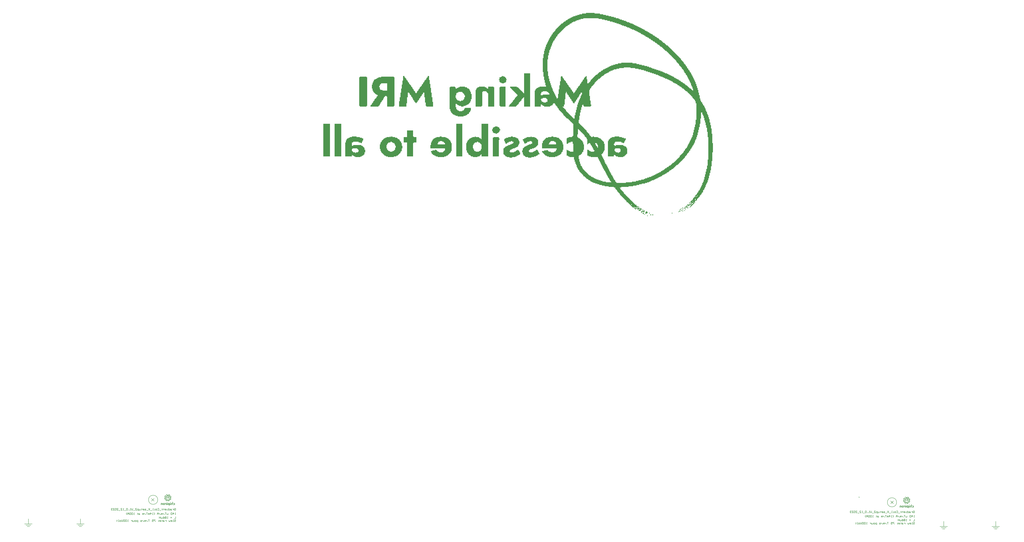
<source format=gbr>
%TF.GenerationSoftware,Altium Limited,Altium Designer,23.9.2 (47)*%
G04 Layer_Color=32896*
%FSLAX45Y45*%
%MOMM*%
%TF.SameCoordinates,B27666AA-0A3C-4052-95A3-D01BD246DD82*%
%TF.FilePolarity,Positive*%
%TF.FileFunction,Legend,Bot*%
%TF.Part,Single*%
G01*
G75*
%TA.AperFunction,NonConductor*%
%ADD17C,0.25400*%
G36*
X41528571Y35871429D02*
X41633334D01*
Y35819046D01*
X41685715D01*
Y35766666D01*
X41738095D01*
Y35661905D01*
X41790475D01*
Y35609525D01*
X41738095D01*
Y35452380D01*
X41685715D01*
Y35400000D01*
X41580951D01*
Y35347620D01*
X41371429D01*
Y35400000D01*
X41266666D01*
Y35452380D01*
X41214285D01*
Y35504761D01*
Y35557144D01*
Y35609525D01*
X41161905D01*
Y35661905D01*
X41214285D01*
Y35819046D01*
X41319049D01*
Y35871429D01*
X41423810D01*
Y35923810D01*
X41528571D01*
Y35871429D01*
D02*
G37*
G36*
X40742856Y35033334D02*
X40795239D01*
Y33514285D01*
X40323810D01*
Y34561905D01*
X40271429D01*
Y34614285D01*
X40219049D01*
Y34666666D01*
X40166666D01*
Y34719049D01*
X39904761D01*
Y34666666D01*
X39852380D01*
Y33566666D01*
X39800000D01*
Y33514285D01*
X39328571D01*
Y34823810D01*
X39380951D01*
Y34928571D01*
X39433334D01*
Y34980951D01*
X39485715D01*
Y35033334D01*
X39590475D01*
Y35085715D01*
X40061905D01*
Y35033334D01*
X40166666D01*
Y34980951D01*
X40219049D01*
Y34928571D01*
X40323810D01*
Y35085715D01*
X40742856D01*
Y35033334D01*
D02*
G37*
G36*
X38490475D02*
X38647620D01*
Y34980951D01*
X38700000D01*
Y34928571D01*
X38804761D01*
Y34876190D01*
X38857144D01*
Y34771429D01*
X38909525D01*
Y34666666D01*
X38961905D01*
Y34509525D01*
X39014285D01*
Y34090475D01*
X38961905D01*
Y33933334D01*
X38909525D01*
Y33828571D01*
X38857144D01*
Y33776190D01*
X38804761D01*
Y33723810D01*
X38752380D01*
Y33671429D01*
X38647620D01*
Y33619049D01*
X38542856D01*
Y33566666D01*
X38385715D01*
Y33514285D01*
X38176190D01*
Y33566666D01*
X38019049D01*
Y33619049D01*
X37914285D01*
Y33671429D01*
X37861905D01*
Y33723810D01*
X37757144D01*
Y33461905D01*
X37809525D01*
Y33304761D01*
X37861905D01*
Y33252380D01*
X37914285D01*
Y33200000D01*
X38019049D01*
Y33147620D01*
X38280951D01*
Y33200000D01*
X38385715D01*
Y33252380D01*
X38438095D01*
Y33357144D01*
X38490475D01*
Y33409525D01*
X38961905D01*
Y33200000D01*
X38909525D01*
Y33095239D01*
X38857144D01*
Y33042856D01*
X38804761D01*
Y32938095D01*
X38700000D01*
Y32885715D01*
X38647620D01*
Y32833334D01*
X38542856D01*
Y32780951D01*
X38385715D01*
Y32728571D01*
X37914285D01*
Y32780951D01*
X37757144D01*
Y32833334D01*
X37652380D01*
Y32885715D01*
X37547620D01*
Y32938095D01*
X37495239D01*
Y32990475D01*
X37442856D01*
Y33042856D01*
X37390475D01*
Y33147620D01*
X37338095D01*
Y33304761D01*
X37285715D01*
Y35033334D01*
X37338095D01*
Y35085715D01*
X37704761D01*
Y35033334D01*
X37757144D01*
Y34928571D01*
X37861905D01*
Y34980951D01*
X37966666D01*
Y35033334D01*
X38071429D01*
Y35085715D01*
X38490475D01*
Y35033334D01*
D02*
G37*
G36*
X43623810Y34561905D02*
Y34509525D01*
Y33514285D01*
X43152380D01*
Y34247620D01*
X43100000D01*
Y34195239D01*
X43047620D01*
Y34142856D01*
X42995239D01*
Y34090475D01*
X42942856D01*
Y33985715D01*
X42890475D01*
Y33933334D01*
X42838095D01*
Y33880951D01*
X42785715D01*
Y33828571D01*
X42733334D01*
Y33723810D01*
X42680951D01*
Y33671429D01*
X42628571D01*
Y33619049D01*
X42576190D01*
Y33566666D01*
X42523810D01*
Y33514285D01*
X41947620D01*
Y33566666D01*
X42000000D01*
Y33671429D01*
X42052380D01*
Y33723810D01*
X42104761D01*
Y33776190D01*
X42157144D01*
Y33828571D01*
X42209525D01*
Y33880951D01*
X42261905D01*
Y33985715D01*
X42314285D01*
Y34038095D01*
X42366666D01*
Y34090475D01*
X42419049D01*
Y34195239D01*
X42471429D01*
Y34247620D01*
X42523810D01*
Y34300000D01*
X42576190D01*
Y34352380D01*
X42628571D01*
Y34457144D01*
X42576190D01*
Y34509525D01*
X42523810D01*
Y34561905D01*
X42471429D01*
Y34614285D01*
X42419049D01*
Y34666666D01*
X42366666D01*
Y34719049D01*
X42314285D01*
Y34771429D01*
X42261905D01*
Y34823810D01*
X42209525D01*
Y34876190D01*
X42157144D01*
Y34928571D01*
X42104761D01*
Y34980951D01*
X42052380D01*
Y35085715D01*
X42576190D01*
Y35033334D01*
X42680951D01*
Y34980951D01*
X42733334D01*
Y34928571D01*
X42785715D01*
Y34876190D01*
X42838095D01*
Y34823810D01*
X42890475D01*
Y34771429D01*
X42942856D01*
Y34719049D01*
X42995239D01*
Y34666666D01*
X43047620D01*
Y34614285D01*
X43100000D01*
Y34561905D01*
X43152380D01*
Y36133334D01*
X43623810D01*
Y34561905D01*
D02*
G37*
G36*
X35661905Y35609525D02*
X35714285D01*
Y35295239D01*
X35766666D01*
Y34980951D01*
X35819049D01*
Y34614285D01*
X35871429D01*
Y34247620D01*
X35923810D01*
Y33880951D01*
X35976190D01*
Y33514285D01*
X35452380D01*
Y33566666D01*
X35400000D01*
Y33828571D01*
X35347620D01*
Y34247620D01*
X35295239D01*
Y34614285D01*
X35190475D01*
Y34509525D01*
X35138095D01*
Y34457144D01*
X35085715D01*
Y34352380D01*
X35033334D01*
Y34300000D01*
X34980951D01*
Y34195239D01*
X34928571D01*
Y34142856D01*
X34876190D01*
Y34038095D01*
X34823810D01*
Y33985715D01*
X34771429D01*
Y33880951D01*
X34719049D01*
Y33828571D01*
X34666666D01*
Y33776190D01*
X34614285D01*
Y33828571D01*
X34561905D01*
Y33880951D01*
X34509525D01*
Y33985715D01*
X34457144D01*
Y34038095D01*
X34404761D01*
Y34142856D01*
X34352380D01*
Y34247620D01*
X34300000D01*
Y34300000D01*
X34247620D01*
Y34404761D01*
X34195239D01*
Y34457144D01*
X34142856D01*
Y34561905D01*
X34090475D01*
Y34614285D01*
X33985715D01*
Y34247620D01*
X33933334D01*
Y33776190D01*
X33880951D01*
Y33514285D01*
X33304761D01*
Y33933334D01*
X33357144D01*
Y34247620D01*
X33409525D01*
Y34614285D01*
X33461905D01*
Y34928571D01*
X33514285D01*
Y35242856D01*
X33566666D01*
Y35557144D01*
X33619049D01*
Y35923810D01*
X33723810D01*
Y35819046D01*
X33776190D01*
Y35766666D01*
X33828571D01*
Y35714285D01*
X33880951D01*
Y35609525D01*
X33933334D01*
Y35557144D01*
X33985715D01*
Y35452380D01*
X34038095D01*
Y35400000D01*
X34090475D01*
Y35295239D01*
X34142856D01*
Y35242856D01*
X34195239D01*
Y35190475D01*
X34247620D01*
Y35085715D01*
X34300000D01*
Y35033334D01*
X34352380D01*
Y34928571D01*
X34404761D01*
Y34876190D01*
X34457144D01*
Y34771429D01*
X34509525D01*
Y34719049D01*
X34561905D01*
Y34614285D01*
X34614285D01*
Y34561905D01*
X34666666D01*
Y34614285D01*
X34719049D01*
Y34719049D01*
X34771429D01*
Y34771429D01*
X34823810D01*
Y34876190D01*
X34876190D01*
Y34928571D01*
X34928571D01*
Y35033334D01*
X34980951D01*
Y35085715D01*
X35033334D01*
Y35138095D01*
X35085715D01*
Y35242856D01*
X35138095D01*
Y35295239D01*
X35190475D01*
Y35400000D01*
X35242856D01*
Y35452380D01*
X35295239D01*
Y35557144D01*
X35347620D01*
Y35609525D01*
X35400000D01*
Y35661905D01*
X35452380D01*
Y35766666D01*
X35504761D01*
Y35819046D01*
X35557144D01*
Y35923810D01*
X35661905D01*
Y35609525D01*
D02*
G37*
G36*
X41685715Y33514285D02*
X41266666D01*
Y33566666D01*
X41214285D01*
Y35033334D01*
X41266666D01*
Y35085715D01*
X41685715D01*
Y33514285D01*
D02*
G37*
G36*
X32885715Y35819046D02*
X32938095D01*
Y33566666D01*
X32885715D01*
Y33514285D01*
X32361905D01*
Y34300000D01*
X32309525D01*
Y34352380D01*
X32204761D01*
Y34300000D01*
X32152380D01*
Y34247620D01*
X32100000D01*
Y34142856D01*
X32047620D01*
Y34038095D01*
X31995239D01*
Y33985715D01*
X31942856D01*
Y33880951D01*
X31890475D01*
Y33828571D01*
X31838095D01*
Y33723810D01*
X31785715D01*
Y33619049D01*
X31733334D01*
Y33566666D01*
X31680951D01*
Y33514285D01*
X31052380D01*
Y33619049D01*
X31104761D01*
Y33671429D01*
X31157144D01*
Y33776190D01*
X31209525D01*
Y33828571D01*
X31261905D01*
Y33933334D01*
X31314285D01*
Y33985715D01*
X31366666D01*
Y34090475D01*
X31419049D01*
Y34142856D01*
X31471429D01*
Y34195239D01*
X31523810D01*
Y34300000D01*
X31576190D01*
Y34352380D01*
X31628571D01*
Y34404761D01*
X31576190D01*
Y34457144D01*
X31471429D01*
Y34509525D01*
X31419049D01*
Y34561905D01*
X31366666D01*
Y34614285D01*
X31314285D01*
Y34666666D01*
X31261905D01*
Y34771429D01*
X31209525D01*
Y34928571D01*
X31157144D01*
Y35242856D01*
X31209525D01*
Y35400000D01*
X31261905D01*
Y35504761D01*
X31314285D01*
Y35609525D01*
X31366666D01*
Y35661905D01*
X31471429D01*
Y35714285D01*
X31576190D01*
Y35766666D01*
X31680951D01*
Y35819046D01*
X31890475D01*
Y35871429D01*
X32885715D01*
Y35819046D01*
D02*
G37*
G36*
X30738095D02*
X30790475D01*
Y33566666D01*
X30738095D01*
Y33514285D01*
X30214285D01*
Y33566666D01*
X30161905D01*
Y34509525D01*
Y34561905D01*
Y35819046D01*
X30214285D01*
Y35871429D01*
X30738095D01*
Y35819046D01*
D02*
G37*
G36*
X41057144Y31890475D02*
X41161905D01*
Y31838095D01*
X41214285D01*
Y31785715D01*
Y31733334D01*
X41266666D01*
Y31628571D01*
X41214285D01*
Y31523810D01*
X41161905D01*
Y31471429D01*
X41109525D01*
Y31419049D01*
X41004761D01*
Y31366666D01*
X40900000D01*
Y31419049D01*
X40742856D01*
Y31471429D01*
X40690475D01*
Y31576190D01*
X40638095D01*
Y31733334D01*
X40690475D01*
Y31838095D01*
X40742856D01*
Y31890475D01*
X40847620D01*
Y31942856D01*
X41057144D01*
Y31890475D01*
D02*
G37*
G36*
X32780951Y31104761D02*
X32990475D01*
Y31052380D01*
X33147620D01*
Y31000000D01*
X33200000D01*
Y30947620D01*
X33304761D01*
Y30895239D01*
X33357144D01*
Y30790475D01*
X33409525D01*
Y30738095D01*
X33461905D01*
Y30633334D01*
X33514285D01*
Y30423810D01*
X33566666D01*
Y30214285D01*
X33514285D01*
Y30004761D01*
X33461905D01*
Y29952380D01*
X33409525D01*
Y29847620D01*
X33357144D01*
Y29795239D01*
X33304761D01*
Y29742856D01*
X33252380D01*
Y29690475D01*
X33200000D01*
Y29638095D01*
X33095239D01*
Y29585715D01*
X32885715D01*
Y29533334D01*
X32414285D01*
Y29585715D01*
X32257144D01*
Y29638095D01*
X32152380D01*
Y29690475D01*
X32100000D01*
Y29742856D01*
X32047620D01*
Y29795239D01*
X31995239D01*
Y29847620D01*
X31942856D01*
Y29900000D01*
X31890475D01*
Y30004761D01*
X31838095D01*
Y30161905D01*
X31785715D01*
Y30528571D01*
X31838095D01*
Y30685715D01*
X31890475D01*
Y30738095D01*
X31942856D01*
Y30842856D01*
X31995239D01*
Y30895239D01*
X32047620D01*
Y30947620D01*
X32100000D01*
Y31000000D01*
X32204761D01*
Y31052380D01*
X32309525D01*
Y31104761D01*
X32571429D01*
Y31157144D01*
X32623810D01*
Y31104761D01*
X32676190D01*
Y31157144D01*
X32780951D01*
Y31104761D01*
D02*
G37*
G36*
X40323810Y29585715D02*
X39800000D01*
Y29742856D01*
X39747620D01*
Y29690475D01*
X39695239D01*
Y29638095D01*
X39642856D01*
Y29585715D01*
X39485715D01*
Y29533334D01*
X39119049D01*
Y29585715D01*
X38961905D01*
Y29638095D01*
X38909525D01*
Y29690475D01*
X38804761D01*
Y29742856D01*
X38752380D01*
Y29847620D01*
X38700000D01*
Y29900000D01*
X38647620D01*
Y30057144D01*
X38595239D01*
Y30633334D01*
X38647620D01*
Y30738095D01*
X38700000D01*
Y30842856D01*
X38752380D01*
Y30895239D01*
X38804761D01*
Y30947620D01*
X38857144D01*
Y31000000D01*
X38961905D01*
Y31052380D01*
X39066666D01*
Y31104761D01*
X39276190D01*
Y31157144D01*
X39328571D01*
Y31104761D01*
X39590475D01*
Y31052380D01*
X39642856D01*
Y31000000D01*
X39747620D01*
Y30947620D01*
X39800000D01*
Y32152380D01*
X40323810D01*
Y29585715D01*
D02*
G37*
G36*
X29952380Y31104761D02*
X30214285D01*
Y31052380D01*
X30371429D01*
Y31000000D01*
X30476190D01*
Y30895239D01*
Y30842856D01*
X30423810D01*
Y30738095D01*
X30371429D01*
Y30633334D01*
X30266666D01*
Y30685715D01*
X30109525D01*
Y30738095D01*
X29690475D01*
Y30685715D01*
X29585715D01*
Y30423810D01*
X29690475D01*
Y30476190D01*
X30319049D01*
Y30423810D01*
X30423810D01*
Y30371429D01*
X30476190D01*
Y30319049D01*
X30528571D01*
Y30266666D01*
X30580951D01*
Y30109525D01*
X30633334D01*
Y29900000D01*
X30580951D01*
Y29742856D01*
X30528571D01*
Y29690475D01*
X30476190D01*
Y29638095D01*
X30371429D01*
Y29585715D01*
X30266666D01*
Y29533334D01*
X29847620D01*
Y29585715D01*
X29742856D01*
Y29638095D01*
X29638095D01*
Y29690475D01*
X29585715D01*
Y29585715D01*
X29061905D01*
Y30685715D01*
X29114285D01*
Y30842856D01*
X29166666D01*
Y30947620D01*
X29219049D01*
Y31000000D01*
X29323810D01*
Y31052380D01*
X29428571D01*
Y31104761D01*
X29585715D01*
Y31157144D01*
X29952380D01*
Y31104761D01*
D02*
G37*
G36*
X45457144D02*
X45719049D01*
Y31052380D01*
X45876190D01*
Y31000000D01*
X45928571D01*
Y30947620D01*
X45980951D01*
Y30895239D01*
X46033334D01*
Y30842856D01*
X46085715D01*
Y30790475D01*
X46138095D01*
Y30685715D01*
X46190475D01*
Y30633334D01*
Y30528571D01*
X46242856D01*
Y30109525D01*
X46190475D01*
Y29952380D01*
X46138095D01*
Y29900000D01*
X46085715D01*
Y29795239D01*
X46033334D01*
Y29742856D01*
X45980951D01*
Y29690475D01*
X45876190D01*
Y29638095D01*
X45771429D01*
Y29585715D01*
X45614285D01*
Y29533334D01*
X45090475D01*
Y29585715D01*
X44933334D01*
Y29638095D01*
X44828571D01*
Y29690475D01*
X44776190D01*
Y29742856D01*
X44723810D01*
Y29795239D01*
X44671429D01*
Y29847620D01*
X44619049D01*
Y29900000D01*
X44566666D01*
Y30004761D01*
X44723810D01*
Y30057144D01*
X44933334D01*
Y30109525D01*
X44985715D01*
Y30057144D01*
X45038095D01*
Y30004761D01*
X45090475D01*
Y29952380D01*
X45247620D01*
Y29900000D01*
X45509525D01*
Y29952380D01*
X45614285D01*
Y30004761D01*
X45666666D01*
Y30109525D01*
X45719049D01*
Y30214285D01*
X44566666D01*
Y30633334D01*
X44619049D01*
Y30790475D01*
X44671429D01*
Y30842856D01*
X44723810D01*
Y30895239D01*
X44776190D01*
Y30947620D01*
X44828571D01*
Y31000000D01*
X44880951D01*
Y31052380D01*
X45038095D01*
Y31104761D01*
X45300000D01*
Y31157144D01*
X45457144D01*
Y31104761D01*
D02*
G37*
G36*
X36657144D02*
X36971429D01*
Y31052380D01*
X37076190D01*
Y31000000D01*
X37180951D01*
Y30947620D01*
X37233334D01*
Y30895239D01*
X37285715D01*
Y30842856D01*
X37338095D01*
Y30738095D01*
X37390475D01*
Y30633334D01*
X37442856D01*
Y30004761D01*
X37390475D01*
Y29900000D01*
X37338095D01*
Y29847620D01*
X37285715D01*
Y29795239D01*
X37233334D01*
Y29742856D01*
X37180951D01*
Y29690475D01*
X37128571D01*
Y29638095D01*
X37023810D01*
Y29585715D01*
X36866666D01*
Y29533334D01*
X36342856D01*
Y29585715D01*
X36185715D01*
Y29638095D01*
X36080951D01*
Y29690475D01*
X35976190D01*
Y29742856D01*
X35923810D01*
Y29795239D01*
X35871429D01*
Y29900000D01*
X35819049D01*
Y30004761D01*
X35923810D01*
Y30057144D01*
X36133334D01*
Y30109525D01*
X36238095D01*
Y30057144D01*
X36290475D01*
Y30004761D01*
X36342856D01*
Y29952380D01*
X36447620D01*
Y29900000D01*
X36761905D01*
Y29952380D01*
X36814285D01*
Y30004761D01*
X36866666D01*
Y30057144D01*
X36919049D01*
Y30214285D01*
X35766666D01*
Y30476190D01*
X35819049D01*
Y30685715D01*
X35871429D01*
Y30790475D01*
X35923810D01*
Y30895239D01*
X35976190D01*
Y30947620D01*
X36028571D01*
Y31000000D01*
X36133334D01*
Y31052380D01*
X36238095D01*
Y31104761D01*
X36500000D01*
Y31157144D01*
X36657144D01*
Y31104761D01*
D02*
G37*
G36*
X41161905Y31000000D02*
X41214285D01*
Y30895239D01*
X41161905D01*
Y29585715D01*
X40690475D01*
Y30528571D01*
Y30580951D01*
Y31052380D01*
X40742856D01*
Y31104761D01*
X41161905D01*
Y31000000D01*
D02*
G37*
G36*
X38280951Y29585715D02*
X37809525D01*
Y29900000D01*
Y29952380D01*
Y32152380D01*
X38280951D01*
Y29585715D01*
D02*
G37*
G36*
X34404761Y31157144D02*
X34457144D01*
Y31104761D01*
X34666666D01*
Y30738095D01*
Y30685715D01*
X34457144D01*
Y30633334D01*
X34404761D01*
Y29585715D01*
X33933334D01*
Y30685715D01*
X33671429D01*
Y31104761D01*
X33933334D01*
Y31628571D01*
X34404761D01*
Y31157144D01*
D02*
G37*
G36*
X28747620Y30476190D02*
Y30423810D01*
Y29585715D01*
X28223810D01*
Y32152380D01*
X28747620D01*
Y30476190D01*
D02*
G37*
G36*
X27857144Y29900000D02*
Y29847620D01*
Y29585715D01*
X27333334D01*
Y32152380D01*
X27857144D01*
Y29900000D01*
D02*
G37*
G36*
X43728571Y31104761D02*
X43990475D01*
Y31052380D01*
X44095239D01*
Y31000000D01*
X44147620D01*
Y30947620D01*
X44200000D01*
Y30895239D01*
X44252380D01*
Y30476190D01*
X44200000D01*
Y30423810D01*
X44147620D01*
Y30371429D01*
X44095239D01*
Y30319049D01*
X44042856D01*
Y30266666D01*
X43938095D01*
Y30214285D01*
X43780951D01*
Y30161905D01*
X43623810D01*
Y30109525D01*
X43571429D01*
Y30057144D01*
X43519049D01*
Y29952380D01*
X43571429D01*
Y29900000D01*
X43833334D01*
Y29952380D01*
X43938095D01*
Y30004761D01*
X44042856D01*
Y30057144D01*
X44095239D01*
Y30109525D01*
X44200000D01*
Y30057144D01*
X44252380D01*
Y29952380D01*
X44304761D01*
Y29847620D01*
X44357144D01*
Y29742856D01*
X44252380D01*
Y29690475D01*
X44200000D01*
Y29638095D01*
X44095239D01*
Y29585715D01*
X43938095D01*
Y29533334D01*
X43728571D01*
Y29480951D01*
X43466666D01*
Y29533334D01*
X43257144D01*
Y29585715D01*
X43204761D01*
Y29638095D01*
X43100000D01*
Y29742856D01*
X43047620D01*
Y29900000D01*
X42995239D01*
Y30057144D01*
X43047620D01*
Y30214285D01*
X43100000D01*
Y30266666D01*
X43152380D01*
Y30319049D01*
X43204761D01*
Y30371429D01*
X43309525D01*
Y30423810D01*
X43414285D01*
Y30476190D01*
X43519049D01*
Y30528571D01*
X43676190D01*
Y30580951D01*
X43780951D01*
Y30738095D01*
X43728571D01*
Y30790475D01*
X43571429D01*
Y30738095D01*
X43414285D01*
Y30685715D01*
X43361905D01*
Y30633334D01*
X43257144D01*
Y30580951D01*
X43204761D01*
Y30633334D01*
X43152380D01*
Y30738095D01*
X43100000D01*
Y30842856D01*
X43047620D01*
Y30947620D01*
X43152380D01*
Y31000000D01*
X43257144D01*
Y31052380D01*
X43361905D01*
Y31104761D01*
X43676190D01*
Y31157144D01*
X43728571D01*
Y31104761D01*
D02*
G37*
G36*
X42261905D02*
X42471429D01*
Y31052380D01*
X42576190D01*
Y31000000D01*
X42680951D01*
Y30895239D01*
X42733334D01*
Y30790475D01*
X42785715D01*
Y30580951D01*
X42733334D01*
Y30476190D01*
X42680951D01*
Y30371429D01*
X42628571D01*
Y30319049D01*
X42523810D01*
Y30266666D01*
X42419049D01*
Y30214285D01*
X42261905D01*
Y30161905D01*
X42157144D01*
Y30109525D01*
X42052380D01*
Y30004761D01*
X42000000D01*
Y29952380D01*
X42052380D01*
Y29900000D01*
X42366666D01*
Y29952380D01*
X42471429D01*
Y30004761D01*
X42523810D01*
Y30057144D01*
X42628571D01*
Y30109525D01*
X42680951D01*
Y30057144D01*
X42733334D01*
Y30004761D01*
X42785715D01*
Y29900000D01*
X42838095D01*
Y29742856D01*
X42785715D01*
Y29690475D01*
X42680951D01*
Y29638095D01*
X42576190D01*
Y29585715D01*
X42471429D01*
Y29533334D01*
X42209525D01*
Y29480951D01*
X42000000D01*
Y29533334D01*
X41790475D01*
Y29585715D01*
X41685715D01*
Y29638095D01*
X41633334D01*
Y29690475D01*
X41580951D01*
Y29742856D01*
X41528571D01*
Y30214285D01*
X41580951D01*
Y30266666D01*
X41633334D01*
Y30319049D01*
X41685715D01*
Y30371429D01*
X41790475D01*
Y30423810D01*
X41895239D01*
Y30476190D01*
X42052380D01*
Y30528571D01*
X42157144D01*
Y30580951D01*
X42261905D01*
Y30633334D01*
X42314285D01*
Y30738095D01*
X42209525D01*
Y30790475D01*
X42104761D01*
Y30738095D01*
X41947620D01*
Y30685715D01*
X41842856D01*
Y30633334D01*
X41790475D01*
Y30580951D01*
X41685715D01*
Y30685715D01*
X41633334D01*
Y30790475D01*
X41580951D01*
Y30947620D01*
X41633334D01*
Y31000000D01*
X41738095D01*
Y31052380D01*
X41895239D01*
Y31104761D01*
X42104761D01*
Y31157144D01*
X42261905D01*
Y31104761D01*
D02*
G37*
G36*
X48704761Y40847620D02*
X49123810D01*
Y40795239D01*
X49385715D01*
Y40742856D01*
X49595239D01*
Y40690475D01*
X49804761D01*
Y40638095D01*
X50014285D01*
Y40585715D01*
X50223810D01*
Y40533334D01*
X50380951D01*
Y40480951D01*
X50590475D01*
Y40428571D01*
X50695239D01*
Y40376190D01*
X50852380D01*
Y40323810D01*
X51009525D01*
Y40271429D01*
X51166666D01*
Y40219049D01*
X51271429D01*
Y40166666D01*
X51428571D01*
Y40114285D01*
X51533331D01*
Y40061905D01*
X51690479D01*
Y40009525D01*
X51795239D01*
Y39957144D01*
X51900000D01*
Y39904761D01*
X52004761D01*
Y39852380D01*
X52109521D01*
Y39800000D01*
X52214288D01*
Y39747620D01*
X52319049D01*
Y39695239D01*
X52423810D01*
Y39642856D01*
X52528571D01*
Y39590475D01*
X52633331D01*
Y39538095D01*
X52685712D01*
Y39485715D01*
X52790479D01*
Y39433334D01*
X52895239D01*
Y39380951D01*
X53000000D01*
Y39328571D01*
X53052380D01*
Y39276190D01*
X53157141D01*
Y39223810D01*
X53261908D01*
Y39171429D01*
X53314288D01*
Y39119046D01*
X53419049D01*
Y39066666D01*
X53471429D01*
Y39014285D01*
X53576190D01*
Y38961905D01*
X53628571D01*
Y38909525D01*
X53733331D01*
Y38857144D01*
X53785712D01*
Y38804761D01*
X53838092D01*
Y38752380D01*
X53942859D01*
Y38700000D01*
X53995239D01*
Y38647620D01*
X54047620D01*
Y38595239D01*
X54100000D01*
Y38542856D01*
X54204761D01*
Y38490475D01*
X54257141D01*
Y38438095D01*
X54309521D01*
Y38385715D01*
X54361908D01*
Y38333334D01*
X54466669D01*
Y38280951D01*
X54519049D01*
Y38228571D01*
X54571429D01*
Y38176190D01*
X54623810D01*
Y38123810D01*
X54676190D01*
Y38071429D01*
X54728571D01*
Y38019049D01*
X54780951D01*
Y37966666D01*
X54833331D01*
Y37914285D01*
X54885712D01*
Y37861905D01*
X54938092D01*
Y37809525D01*
X54990479D01*
Y37757144D01*
X55042859D01*
Y37704761D01*
X55095239D01*
Y37652380D01*
X55147620D01*
Y37600000D01*
X55200000D01*
Y37547620D01*
X55252380D01*
Y37495239D01*
X55304761D01*
Y37442856D01*
X55357141D01*
Y37390475D01*
X55409521D01*
Y37338095D01*
X55461908D01*
Y37285715D01*
X55514288D01*
Y37180951D01*
X55566669D01*
Y37128571D01*
X55619049D01*
Y37076190D01*
X55671429D01*
Y37023810D01*
X55723810D01*
Y36919049D01*
X55776190D01*
Y36866666D01*
X55828571D01*
Y36814285D01*
X55880951D01*
Y36709525D01*
X55933331D01*
Y36657144D01*
X55985712D01*
Y36552380D01*
X56038092D01*
Y36500000D01*
X56090479D01*
Y36395239D01*
X56142859D01*
Y36342856D01*
X56195239D01*
Y36238095D01*
X56247620D01*
Y36185715D01*
X56300000D01*
Y36080951D01*
X56352380D01*
Y35976190D01*
X56404761D01*
Y35871429D01*
X56457141D01*
Y35766666D01*
X56509521D01*
Y35661905D01*
X56561908D01*
Y35557144D01*
X56614288D01*
Y35452380D01*
X56666669D01*
Y35295239D01*
X56719049D01*
Y35138095D01*
X56771429D01*
Y34980951D01*
X56823810D01*
Y34823810D01*
X56876190D01*
Y34614285D01*
X56928571D01*
Y34404761D01*
X56980951D01*
Y34142856D01*
X57033331D01*
Y33985715D01*
X57085712D01*
Y33880951D01*
X57138092D01*
Y33828571D01*
X57190479D01*
Y33723810D01*
X57242859D01*
Y33619049D01*
X57295239D01*
Y33566666D01*
X57347620D01*
Y33461905D01*
X57400000D01*
Y33357144D01*
X57452380D01*
Y33200000D01*
X57504761D01*
Y33095239D01*
X57557141D01*
Y32938095D01*
X57609521D01*
Y32833334D01*
X57661908D01*
Y32676190D01*
X57714288D01*
Y32519046D01*
X57766669D01*
Y32257144D01*
X57819049D01*
Y32047620D01*
X57871429D01*
Y31785715D01*
X57923810D01*
Y31366666D01*
X57976190D01*
Y30633334D01*
X58028571D01*
Y29900000D01*
X57976190D01*
Y29219046D01*
X57923810D01*
Y28800000D01*
X57871429D01*
Y28485715D01*
X57819049D01*
Y28276190D01*
X57766669D01*
Y28066666D01*
X57714288D01*
Y27857144D01*
X57661908D01*
Y27700000D01*
X57609521D01*
Y27542856D01*
X57557141D01*
Y27438095D01*
X57504761D01*
Y27333334D01*
X57452380D01*
Y27176190D01*
X57400000D01*
Y27071429D01*
X57347620D01*
Y26966666D01*
X57295239D01*
Y26914285D01*
X57242859D01*
Y26757144D01*
X57190479D01*
Y26704761D01*
X57138092D01*
Y26600000D01*
X57085712D01*
Y26547620D01*
X57033331D01*
Y26495239D01*
X56980951D01*
Y26390475D01*
X56928571D01*
Y26338095D01*
X56876190D01*
Y26285715D01*
X56823810D01*
Y26233334D01*
X56771429D01*
Y26128571D01*
X56719049D01*
Y26076190D01*
X56614288D01*
Y25919046D01*
X56561908D01*
Y25971429D01*
X56509521D01*
Y25919046D01*
X56561908D01*
Y25866666D01*
X56509521D01*
Y25814285D01*
X56457141D01*
Y25761905D01*
X56404761D01*
Y25709525D01*
X56352380D01*
Y25657144D01*
X56300000D01*
Y25604761D01*
X56247620D01*
Y25709525D01*
X56300000D01*
Y25761905D01*
X56195239D01*
Y25709525D01*
X56142859D01*
Y25657144D01*
X56090479D01*
Y25709525D01*
X55985712D01*
Y25761905D01*
X56038092D01*
Y25814285D01*
X56090479D01*
Y25761905D01*
X56142859D01*
Y25814285D01*
X56247620D01*
Y25866666D01*
X56300000D01*
Y25971429D01*
X56247620D01*
Y26023810D01*
X56300000D01*
Y26076190D01*
X56352380D01*
Y26128571D01*
X56404761D01*
Y26180951D01*
X56457141D01*
Y26285715D01*
X56509521D01*
Y26338095D01*
X56561908D01*
Y26390475D01*
X56614288D01*
Y26495239D01*
X56666669D01*
Y26547620D01*
X56719049D01*
Y26600000D01*
X56771429D01*
Y26704761D01*
X56823810D01*
Y26757144D01*
X56876190D01*
Y26861905D01*
X56928571D01*
Y26914285D01*
X56980951D01*
Y27019049D01*
X57033331D01*
Y27123810D01*
X57085712D01*
Y27228571D01*
X57138092D01*
Y27333334D01*
X57190479D01*
Y27490475D01*
X57242859D01*
Y27595239D01*
X57295239D01*
Y27752380D01*
X57347620D01*
Y27961905D01*
X57400000D01*
Y28171429D01*
X57452380D01*
Y28380951D01*
X57504761D01*
Y28590475D01*
X57557141D01*
Y28852380D01*
X57609521D01*
Y29323810D01*
X57661908D01*
Y31104761D01*
X57609521D01*
Y31523810D01*
X57557141D01*
Y31838095D01*
X57504761D01*
Y32047620D01*
X57452380D01*
Y32257144D01*
X57400000D01*
Y32414285D01*
X57347620D01*
Y32623810D01*
X57295239D01*
Y32780951D01*
X57242859D01*
Y32885715D01*
X57190479D01*
Y33042856D01*
X57085712D01*
Y32571429D01*
X57033331D01*
Y32152380D01*
X56980951D01*
Y31890475D01*
X56928571D01*
Y31680951D01*
X56876190D01*
Y31471429D01*
X56823810D01*
Y31261905D01*
X56771429D01*
Y31104761D01*
X56719049D01*
Y30947620D01*
X56666669D01*
Y30842856D01*
X56614288D01*
Y30685715D01*
X56561908D01*
Y30580951D01*
X56509521D01*
Y30476190D01*
X56457141D01*
Y30423810D01*
X56404761D01*
Y30319049D01*
X56352380D01*
Y30214285D01*
X56300000D01*
Y30161905D01*
X56247620D01*
Y30109525D01*
Y30057144D01*
X56195239D01*
Y30004761D01*
X56142859D01*
Y29900000D01*
X56090479D01*
Y29847620D01*
X56038092D01*
Y29795239D01*
X55985712D01*
Y29690475D01*
X55933331D01*
Y29638095D01*
X55880951D01*
Y29585715D01*
X55828571D01*
Y29480951D01*
X55776190D01*
Y29428571D01*
X55723810D01*
Y29376190D01*
X55671429D01*
Y29323810D01*
X55619049D01*
Y29271429D01*
X55566669D01*
Y29219046D01*
X55514288D01*
Y29166666D01*
X55461908D01*
Y29114285D01*
X55409521D01*
Y29061905D01*
X55357141D01*
Y29009525D01*
X55304761D01*
Y28957144D01*
X55252380D01*
Y28904761D01*
X55147620D01*
Y28852380D01*
X55095239D01*
Y28800000D01*
X55042859D01*
Y28747620D01*
X54990479D01*
Y28695239D01*
X54938092D01*
Y28642856D01*
X54885712D01*
Y28590475D01*
X54780951D01*
Y28538095D01*
X54728571D01*
Y28485715D01*
X54623810D01*
Y28433334D01*
X54571429D01*
Y28380951D01*
X54519049D01*
Y28328571D01*
X54414288D01*
Y28276190D01*
X54361908D01*
Y28223810D01*
X54257141D01*
Y28171429D01*
X54152380D01*
Y28119049D01*
X54047620D01*
Y28066666D01*
X53995239D01*
Y28014285D01*
X53890479D01*
Y27961905D01*
X53785712D01*
Y27909525D01*
X53680951D01*
Y27857144D01*
X53576190D01*
Y27804761D01*
X53471429D01*
Y27752380D01*
X53366669D01*
Y27700000D01*
X53209521D01*
Y27647620D01*
X53104761D01*
Y27595239D01*
X53000000D01*
Y27542856D01*
X52842859D01*
Y27490475D01*
X52685712D01*
Y27438095D01*
X52423810D01*
Y27385715D01*
X52214288D01*
Y27333334D01*
X52004761D01*
Y27280951D01*
X51742859D01*
Y27228571D01*
X51376190D01*
Y27176190D01*
X50800000D01*
Y27123810D01*
X50695239D01*
Y27071429D01*
X50747620D01*
Y26966666D01*
X50800000D01*
Y26914285D01*
X50852380D01*
Y26861905D01*
X50904761D01*
Y26809525D01*
X50957144D01*
Y26757144D01*
X51009525D01*
Y26652380D01*
X51061905D01*
Y26600000D01*
X51114285D01*
Y26547620D01*
X51166666D01*
Y26495239D01*
X51219049D01*
Y26442856D01*
X51271429D01*
Y26390475D01*
X51323810D01*
Y26338095D01*
X51376190D01*
Y26285715D01*
X51428571D01*
Y26233334D01*
X51480951D01*
Y26180951D01*
X51533331D01*
Y26128571D01*
X51585712D01*
Y26076190D01*
X51638092D01*
Y26023810D01*
X51690479D01*
Y25971429D01*
X51742859D01*
Y25919046D01*
X51795239D01*
Y25866666D01*
X51847620D01*
Y25814285D01*
X51900000D01*
Y25761905D01*
X52004761D01*
Y25657144D01*
X52161908D01*
Y25604761D01*
X52214288D01*
Y25552380D01*
X52161908D01*
Y25604761D01*
X52057141D01*
Y25552380D01*
X52161908D01*
Y25500000D01*
X52371429D01*
Y25447620D01*
X52423810D01*
Y25395238D01*
X52371429D01*
Y25342857D01*
X52319049D01*
Y25290475D01*
X52161908D01*
Y25342857D01*
X52214288D01*
Y25395238D01*
X52057141D01*
Y25447620D01*
X51952380D01*
Y25395238D01*
X51900000D01*
Y25447620D01*
X51847620D01*
Y25500000D01*
X51795239D01*
Y25552380D01*
X51690479D01*
Y25604761D01*
X51638092D01*
Y25657144D01*
X51585712D01*
Y25709525D01*
X51533331D01*
Y25761905D01*
X51480951D01*
Y25814285D01*
X51428571D01*
Y25866666D01*
X51376190D01*
Y25919046D01*
X51323810D01*
Y25971429D01*
X51219049D01*
Y26076190D01*
X51166666D01*
Y26128571D01*
X51114285D01*
Y26180951D01*
X51061905D01*
Y26233334D01*
X51009525D01*
Y26285715D01*
X50957144D01*
Y26338095D01*
X50904761D01*
Y26390475D01*
X50852380D01*
Y26442856D01*
X50800000D01*
Y26495239D01*
X50747620D01*
Y26547620D01*
X50695239D01*
Y26652380D01*
X50642856D01*
Y26704761D01*
X50590475D01*
Y26757144D01*
X50538095D01*
Y26809525D01*
X50485715D01*
Y26914285D01*
X50433334D01*
Y26966666D01*
X50380951D01*
Y27019049D01*
X50328571D01*
Y27123810D01*
X50223810D01*
Y27176190D01*
X49804761D01*
Y27228571D01*
X49490475D01*
Y27280951D01*
X49280951D01*
Y27333334D01*
X49071429D01*
Y27385715D01*
X48914285D01*
Y27438095D01*
X48757144D01*
Y27490475D01*
X48600000D01*
Y27542856D01*
X48495239D01*
Y27595239D01*
X48390475D01*
Y27647620D01*
X48338095D01*
Y27700000D01*
X48233334D01*
Y27752380D01*
X48180951D01*
Y27804761D01*
X48076190D01*
Y27857144D01*
X48023810D01*
Y27909525D01*
X47971429D01*
Y27961905D01*
X47919049D01*
Y28014285D01*
X47814285D01*
Y28119049D01*
X47761905D01*
Y28171429D01*
X47709525D01*
Y28223810D01*
X47657144D01*
Y28276190D01*
X47604761D01*
Y28328571D01*
X47552380D01*
Y28380951D01*
X47500000D01*
Y28485715D01*
X47447620D01*
Y28538095D01*
X47395239D01*
Y28642856D01*
X47342856D01*
Y28747620D01*
X47290475D01*
Y28904761D01*
X47238095D01*
Y29009525D01*
X47185715D01*
Y29166666D01*
X47133334D01*
Y29323810D01*
X47080951D01*
Y29533334D01*
X46714285D01*
Y29585715D01*
X46609525D01*
Y29638095D01*
X46504761D01*
Y30109525D01*
X46557144D01*
Y30057144D01*
X46661905D01*
Y30004761D01*
X46766666D01*
Y29952380D01*
X47028571D01*
Y30580951D01*
X46976190D01*
Y30738095D01*
X46819049D01*
Y30685715D01*
X46661905D01*
Y30633334D01*
X46609525D01*
Y30580951D01*
X46504761D01*
Y31000000D01*
X46557144D01*
Y31052380D01*
X46661905D01*
Y31104761D01*
X46923810D01*
Y31157144D01*
X46976190D01*
Y31209525D01*
X47028571D01*
Y32152380D01*
X46976190D01*
Y32204761D01*
X46923810D01*
Y32257144D01*
X46871429D01*
Y32309525D01*
X46819049D01*
Y32361905D01*
X46766666D01*
Y32414285D01*
X46714285D01*
Y32466666D01*
X46661905D01*
Y32519046D01*
X46609525D01*
Y32571429D01*
X46504761D01*
Y32623810D01*
X46452380D01*
Y32676190D01*
X46400000D01*
Y32728571D01*
X46347620D01*
Y32780951D01*
X46295239D01*
Y32833334D01*
X46242856D01*
Y32938095D01*
X46190475D01*
Y32990475D01*
X46138095D01*
Y33042856D01*
X46085715D01*
Y33095239D01*
X46033334D01*
Y33147620D01*
X45980951D01*
Y33200000D01*
X45928571D01*
Y33252380D01*
X45876190D01*
Y33357144D01*
X45823810D01*
Y33409525D01*
X45771429D01*
Y33514285D01*
X45719049D01*
Y33566666D01*
X45666666D01*
Y33619049D01*
X45614285D01*
Y33723810D01*
X45561905D01*
Y33776190D01*
X45457144D01*
Y33723810D01*
X45404761D01*
Y33619049D01*
X45300000D01*
Y33566666D01*
X45195239D01*
Y33514285D01*
X44723810D01*
Y33566666D01*
X44619049D01*
Y33619049D01*
X44566666D01*
Y33671429D01*
X44461905D01*
Y33514285D01*
X43990475D01*
Y34771429D01*
X44042856D01*
Y34876190D01*
X44095239D01*
Y34928571D01*
X44147620D01*
Y34980951D01*
X44252380D01*
Y35033334D01*
X44357144D01*
Y35085715D01*
X44880951D01*
Y35190475D01*
X44828571D01*
Y35400000D01*
X44776190D01*
Y35609525D01*
X44723810D01*
Y35871429D01*
X44671429D01*
Y36238095D01*
X44619049D01*
Y37338095D01*
X44671429D01*
Y37652380D01*
X44723810D01*
Y37914285D01*
X44776190D01*
Y38071429D01*
X44828571D01*
Y38228571D01*
X44880951D01*
Y38385715D01*
X44933334D01*
Y38490475D01*
X44985715D01*
Y38595239D01*
X45038095D01*
Y38700000D01*
X45090475D01*
Y38804761D01*
X45142856D01*
Y38909525D01*
X45195239D01*
Y39014285D01*
X45247620D01*
Y39066666D01*
X45300000D01*
Y39171429D01*
X45352380D01*
Y39223810D01*
X45404761D01*
Y39328571D01*
X45457144D01*
Y39380951D01*
X45509525D01*
Y39433334D01*
X45561905D01*
Y39485715D01*
X45614285D01*
Y39590475D01*
X45666666D01*
Y39642856D01*
X45719049D01*
Y39695239D01*
X45771429D01*
Y39747620D01*
X45823810D01*
Y39800000D01*
X45876190D01*
Y39852380D01*
X45928571D01*
Y39904761D01*
X45980951D01*
Y39957144D01*
X46033334D01*
Y40009525D01*
X46085715D01*
Y40061905D01*
X46190475D01*
Y40114285D01*
X46242856D01*
Y40166666D01*
X46295239D01*
Y40219049D01*
X46400000D01*
Y40271429D01*
X46452380D01*
Y40323810D01*
X46557144D01*
Y40376190D01*
X46609525D01*
Y40428571D01*
X46714285D01*
Y40480951D01*
X46819049D01*
Y40533334D01*
X46923810D01*
Y40585715D01*
X47028571D01*
Y40638095D01*
X47185715D01*
Y40690475D01*
X47342856D01*
Y40742856D01*
X47500000D01*
Y40795239D01*
X47709525D01*
Y40847620D01*
X48023810D01*
Y40900000D01*
X48704761D01*
Y40847620D01*
D02*
G37*
G36*
X56247620Y25919046D02*
X56195239D01*
Y25971429D01*
X56247620D01*
Y25919046D01*
D02*
G37*
G36*
X56195239Y25866666D02*
X56142859D01*
Y25919046D01*
X56195239D01*
Y25866666D01*
D02*
G37*
G36*
X55985712Y25657144D02*
X56038092D01*
Y25604761D01*
X55985712D01*
Y25552380D01*
X56090479D01*
Y25500000D01*
X55985712D01*
Y25552380D01*
X55880951D01*
Y25604761D01*
X55828571D01*
Y25657144D01*
X55880951D01*
Y25604761D01*
X55933331D01*
Y25709525D01*
X55985712D01*
Y25657144D01*
D02*
G37*
G36*
X56247620Y25552380D02*
X56195239D01*
Y25604761D01*
X56247620D01*
Y25552380D01*
D02*
G37*
G36*
X55880951Y25500000D02*
X55776190D01*
Y25552380D01*
X55880951D01*
Y25500000D01*
D02*
G37*
G36*
X55671429D02*
X55619049D01*
Y25552380D01*
X55671429D01*
Y25500000D01*
D02*
G37*
G36*
X55776190Y25447620D02*
X55723810D01*
Y25500000D01*
X55776190D01*
Y25447620D01*
D02*
G37*
G36*
X55619049D02*
X55566669D01*
Y25500000D01*
X55619049D01*
Y25447620D01*
D02*
G37*
G36*
X55880951Y25395238D02*
X55828571D01*
Y25447620D01*
X55880951D01*
Y25395238D01*
D02*
G37*
G36*
X55514288D02*
X55461908D01*
Y25447620D01*
X55514288D01*
Y25395238D01*
D02*
G37*
G36*
X55671429Y25342857D02*
X55619049D01*
Y25395238D01*
X55671429D01*
Y25342857D01*
D02*
G37*
G36*
X55461908D02*
X55409521D01*
Y25395238D01*
X55461908D01*
Y25342857D01*
D02*
G37*
G36*
X52528571D02*
X52476190D01*
Y25395238D01*
X52528571D01*
Y25342857D01*
D02*
G37*
G36*
X55828571Y25290475D02*
X55776190D01*
Y25342857D01*
X55828571D01*
Y25290475D01*
D02*
G37*
G36*
X55566669D02*
X55514288D01*
Y25342857D01*
X55566669D01*
Y25290475D01*
D02*
G37*
G36*
X55671429Y25238095D02*
X55619049D01*
Y25290475D01*
X55671429D01*
Y25238095D01*
D02*
G37*
G36*
X55461908D02*
X55357141D01*
Y25290475D01*
X55461908D01*
Y25238095D01*
D02*
G37*
G36*
X55357141Y25185715D02*
X55304761D01*
Y25238095D01*
X55357141D01*
Y25185715D01*
D02*
G37*
G36*
X52633331D02*
X52528571D01*
Y25238095D01*
X52476190D01*
Y25185715D01*
X52423810D01*
Y25133333D01*
X52371429D01*
Y25238095D01*
X52423810D01*
Y25290475D01*
X52580951D01*
Y25342857D01*
X52633331D01*
Y25185715D01*
D02*
G37*
G36*
X54833331Y25080952D02*
X54780951D01*
Y25133333D01*
X54833331D01*
Y25080952D01*
D02*
G37*
G36*
X53052380D02*
X53000000D01*
Y25133333D01*
X53052380D01*
Y25080952D01*
D02*
G37*
G36*
X52842859Y25185715D02*
X52895239D01*
Y25133333D01*
X52842859D01*
Y25080952D01*
X52685712D01*
Y25133333D01*
X52738092D01*
Y25185715D01*
Y25238095D01*
X52842859D01*
Y25185715D01*
D02*
G37*
G36*
X52580951Y25028571D02*
X52528571D01*
Y25080952D01*
X52476190D01*
Y25133333D01*
X52580951D01*
Y25028571D01*
D02*
G37*
G36*
X52685712Y24976190D02*
X52633331D01*
Y25028571D01*
X52685712D01*
Y24976190D01*
D02*
G37*
G36*
X53314288Y24923808D02*
X53261908D01*
Y24976190D01*
Y25028571D01*
X53314288D01*
Y24923808D01*
D02*
G37*
G36*
X53157141D02*
X53104761D01*
Y25028571D01*
X53157141D01*
Y24923808D01*
D02*
G37*
G36*
X52895239Y24871429D02*
X52842859D01*
Y24923808D01*
X52895239D01*
Y24871429D01*
D02*
G37*
G36*
X15034419Y2910197D02*
X15028499D01*
Y2904276D01*
X15022578D01*
Y2898355D01*
X15016656D01*
Y2892434D01*
X15010736D01*
Y2886513D01*
X15004816D01*
Y2880592D01*
X14945604D01*
Y2892434D01*
X14951526D01*
Y2904276D01*
X14957446D01*
Y2910197D01*
X14963368D01*
Y2916118D01*
X14975211D01*
Y2922040D01*
X14981131D01*
Y2927961D01*
X15034419D01*
Y2910197D01*
D02*
G37*
G36*
X14957446Y2797697D02*
X14945604D01*
Y2791776D01*
X14904156D01*
Y2785855D01*
X14898236D01*
Y2779934D01*
X14892316D01*
Y2774013D01*
X14886394D01*
Y2768092D01*
X14880473D01*
Y2762171D01*
X14874551D01*
Y2756250D01*
X14868631D01*
Y2750329D01*
X14862711D01*
Y2744408D01*
X14856789D01*
Y2738487D01*
X14850868D01*
Y2732566D01*
X14844946D01*
Y2726645D01*
X14839024D01*
Y2720724D01*
X14827184D01*
Y2774013D01*
X14833104D01*
Y2785855D01*
X14839024D01*
Y2791776D01*
X14844946D01*
Y2797697D01*
X14850868D01*
Y2803618D01*
X14862711D01*
Y2809539D01*
X14868631D01*
Y2821382D01*
X14880473D01*
Y2827303D01*
X14886394D01*
Y2833224D01*
X14892316D01*
Y2839145D01*
X14957446D01*
Y2797697D01*
D02*
G37*
G36*
X73234418Y2710198D02*
X73228497D01*
Y2704277D01*
X73222577D01*
Y2698356D01*
X73216656D01*
Y2692434D01*
X73210736D01*
Y2686513D01*
X73204816D01*
Y2680592D01*
X73145605D01*
Y2692434D01*
X73151526D01*
Y2704277D01*
X73157446D01*
Y2710198D01*
X73163367D01*
Y2716119D01*
X73175208D01*
Y2722040D01*
X73181128D01*
Y2727961D01*
X73234418D01*
Y2710198D01*
D02*
G37*
G36*
X69548029Y2722040D02*
X69553949D01*
Y2716118D01*
X69565790D01*
Y2710197D01*
X69571710D01*
Y2704276D01*
X69577631D01*
Y2692434D01*
X69583551D01*
Y2680592D01*
X69524341D01*
Y2686513D01*
X69518420D01*
Y2692434D01*
X69512500D01*
Y2698355D01*
X69506580D01*
Y2704276D01*
X69500659D01*
Y2710197D01*
X69494739D01*
Y2727961D01*
X69548029D01*
Y2722040D01*
D02*
G37*
G36*
X15194289Y2922040D02*
X15200211D01*
Y2916118D01*
X15206131D01*
Y2910197D01*
X15217973D01*
Y2898355D01*
X15223894D01*
Y2892434D01*
X15229816D01*
Y2886513D01*
X15235736D01*
Y2880592D01*
X15241656D01*
Y2874671D01*
X15247578D01*
Y2868750D01*
X15253499D01*
Y2862829D01*
X15259419D01*
Y2708882D01*
X15253499D01*
Y2702961D01*
X15247578D01*
Y2697040D01*
X15241656D01*
Y2691118D01*
X15235736D01*
Y2685197D01*
X15229816D01*
Y2679276D01*
X15217973D01*
Y2797697D01*
Y2803618D01*
Y2845066D01*
X15212051D01*
Y2850987D01*
X15206131D01*
Y2856908D01*
X15200211D01*
Y2862829D01*
X15194289D01*
Y2868750D01*
X15188368D01*
Y2874671D01*
X15182446D01*
Y2880592D01*
X15176526D01*
Y2886513D01*
X15170604D01*
Y2892434D01*
X15164684D01*
Y2898355D01*
X15158762D01*
Y2904276D01*
X15152841D01*
Y2910197D01*
X15146919D01*
Y2916118D01*
X15140999D01*
Y2922040D01*
X15146919D01*
Y2927961D01*
X15194289D01*
Y2922040D01*
D02*
G37*
G36*
X15099551Y2898355D02*
X15105473D01*
Y2892434D01*
X15111394D01*
Y2880592D01*
X15117316D01*
Y2874671D01*
X15129156D01*
Y2868750D01*
X15135078D01*
Y2856908D01*
X15146919D01*
Y2850987D01*
X15152841D01*
Y2845066D01*
X15158762D01*
Y2839145D01*
X15164684D01*
Y2833224D01*
X15170604D01*
Y2821382D01*
X15176526D01*
Y2625987D01*
X15170604D01*
Y2620066D01*
X15164684D01*
Y2614145D01*
X15158762D01*
Y2608224D01*
X15152841D01*
Y2602303D01*
X15146919D01*
Y2596382D01*
X15140999D01*
Y2590460D01*
X15129156D01*
Y2809539D01*
X15123236D01*
Y2815460D01*
X15117316D01*
Y2821382D01*
X15111394D01*
Y2827303D01*
X15105473D01*
Y2833224D01*
X15099551D01*
Y2839145D01*
X15081789D01*
Y2833224D01*
X15075868D01*
Y2827303D01*
X15069946D01*
Y2821382D01*
X15064024D01*
Y2815460D01*
X15058105D01*
Y2809539D01*
X15052184D01*
Y2803618D01*
X15046262D01*
Y2602303D01*
X15040341D01*
Y2596382D01*
X15028499D01*
Y2602303D01*
X15022578D01*
Y2608224D01*
X15016656D01*
Y2614145D01*
X15010736D01*
Y2620066D01*
X15004816D01*
Y2625987D01*
X14998894D01*
Y2803618D01*
Y2809539D01*
Y2821382D01*
X15004816D01*
Y2827303D01*
X15010736D01*
Y2833224D01*
X15016656D01*
Y2839145D01*
X15022578D01*
Y2845066D01*
X15028499D01*
Y2850987D01*
X15034419D01*
Y2856908D01*
X15040341D01*
Y2862829D01*
X15046262D01*
Y2868750D01*
X15052184D01*
Y2874671D01*
X15058105D01*
Y2880592D01*
X15064024D01*
Y2886513D01*
X15069946D01*
Y2892434D01*
X15075868D01*
Y2898355D01*
X15081789D01*
Y2904276D01*
X15099551D01*
Y2898355D01*
D02*
G37*
G36*
X15312711Y2803618D02*
X15318631D01*
Y2797697D01*
X15324551D01*
Y2791776D01*
X15330473D01*
Y2785855D01*
X15336394D01*
Y2779934D01*
X15342316D01*
Y2774013D01*
X15348236D01*
Y2679276D01*
X15342316D01*
Y2667434D01*
X15336394D01*
Y2661513D01*
X15330473D01*
Y2655592D01*
X15324551D01*
Y2649671D01*
X15318631D01*
Y2643750D01*
X15312711D01*
Y2637829D01*
X15306789D01*
Y2631908D01*
X15300868D01*
Y2625987D01*
X15294946D01*
Y2620066D01*
X15289026D01*
Y2614145D01*
X15283105D01*
Y2608224D01*
X15277184D01*
Y2602303D01*
X15271262D01*
Y2596382D01*
X15265341D01*
Y2590460D01*
X15259419D01*
Y2584539D01*
X15253499D01*
Y2578618D01*
X15194289D01*
Y2590460D01*
X15200211D01*
Y2596382D01*
X15206131D01*
Y2602303D01*
X15212051D01*
Y2608224D01*
X15217973D01*
Y2614145D01*
X15223894D01*
Y2620066D01*
X15229816D01*
Y2625987D01*
X15235736D01*
Y2631908D01*
X15241656D01*
Y2637829D01*
X15247578D01*
Y2643750D01*
X15253499D01*
Y2649671D01*
X15259419D01*
Y2655592D01*
X15265341D01*
Y2661513D01*
X15271262D01*
Y2667434D01*
X15277184D01*
Y2673355D01*
X15283105D01*
Y2679276D01*
X15289026D01*
Y2685197D01*
X15294946D01*
Y2691118D01*
X15300868D01*
Y2697040D01*
X15306789D01*
Y2809539D01*
X15312711D01*
Y2803618D01*
D02*
G37*
G36*
X15348236Y2554934D02*
X15342316D01*
Y2543092D01*
X15330473D01*
Y2537171D01*
X15324551D01*
Y2525329D01*
X15312711D01*
Y2519408D01*
X15306789D01*
Y2507566D01*
X15294946D01*
Y2501645D01*
X15289026D01*
Y2495724D01*
X15283105D01*
Y2489803D01*
X15135078D01*
Y2495724D01*
X15129156D01*
Y2501645D01*
X15123236D01*
Y2507566D01*
X15117316D01*
Y2513487D01*
X15111394D01*
Y2519408D01*
X15105473D01*
Y2531250D01*
X15111394D01*
Y2537171D01*
X15117316D01*
Y2531250D01*
X15135078D01*
Y2537171D01*
X15152841D01*
Y2531250D01*
X15164684D01*
Y2537171D01*
X15170604D01*
Y2531250D01*
X15182446D01*
Y2537171D01*
X15194289D01*
Y2531250D01*
X15206131D01*
Y2537171D01*
X15217973D01*
Y2531250D01*
X15235736D01*
Y2537171D01*
X15253499D01*
Y2531250D01*
X15259419D01*
Y2537171D01*
X15271262D01*
Y2543092D01*
X15277184D01*
Y2549013D01*
X15283105D01*
Y2554934D01*
X15289026D01*
Y2560855D01*
X15294946D01*
Y2566776D01*
X15300868D01*
Y2572697D01*
X15306789D01*
Y2578618D01*
X15312711D01*
Y2584539D01*
X15318631D01*
Y2590460D01*
X15324551D01*
Y2596382D01*
X15330473D01*
Y2602303D01*
X15336394D01*
Y2608224D01*
X15342316D01*
Y2614145D01*
X15348236D01*
Y2554934D01*
D02*
G37*
G36*
X73157446Y2597698D02*
X73145605D01*
Y2591776D01*
X73104156D01*
Y2585855D01*
X73098236D01*
Y2579934D01*
X73092316D01*
Y2574013D01*
X73086395D01*
Y2568092D01*
X73080475D01*
Y2562171D01*
X73074548D01*
Y2556250D01*
X73068628D01*
Y2550329D01*
X73062708D01*
Y2544408D01*
X73056787D01*
Y2538487D01*
X73050867D01*
Y2532566D01*
X73044946D01*
Y2526645D01*
X73039026D01*
Y2520724D01*
X73027185D01*
Y2574013D01*
X73033105D01*
Y2585855D01*
X73039026D01*
Y2591776D01*
X73044946D01*
Y2597698D01*
X73050867D01*
Y2603619D01*
X73062708D01*
Y2609540D01*
X73068628D01*
Y2621382D01*
X73080475D01*
Y2627303D01*
X73086395D01*
Y2633224D01*
X73092316D01*
Y2639145D01*
X73157446D01*
Y2597698D01*
D02*
G37*
G36*
X14957446Y2714803D02*
X14951526D01*
Y2708882D01*
X14945604D01*
Y2702961D01*
X14939684D01*
Y2697040D01*
X14933762D01*
Y2691118D01*
X14927841D01*
Y2685197D01*
X14921919D01*
Y2679276D01*
X14915999D01*
Y2673355D01*
X14910078D01*
Y2667434D01*
X14904156D01*
Y2661513D01*
X14898236D01*
Y2655592D01*
X14892316D01*
Y2649671D01*
X14886394D01*
Y2643750D01*
X14880473D01*
Y2637829D01*
X14874551D01*
Y2631908D01*
X14868631D01*
Y2519408D01*
X14856789D01*
Y2525329D01*
X14850868D01*
Y2531250D01*
X14844946D01*
Y2537171D01*
X14839024D01*
Y2543092D01*
X14833104D01*
Y2554934D01*
X14827184D01*
Y2649671D01*
X14833104D01*
Y2661513D01*
X14839024D01*
Y2667434D01*
X14844946D01*
Y2673355D01*
X14850868D01*
Y2679276D01*
X14856789D01*
Y2685197D01*
X14862711D01*
Y2691118D01*
X14868631D01*
Y2697040D01*
X14874551D01*
Y2702961D01*
X14880473D01*
Y2708882D01*
X14886394D01*
Y2714803D01*
X14892316D01*
Y2720724D01*
X14898236D01*
Y2726645D01*
X14904156D01*
Y2732566D01*
X14910078D01*
Y2738487D01*
X14915999D01*
Y2744408D01*
X14921919D01*
Y2750329D01*
X14957446D01*
Y2714803D01*
D02*
G37*
G36*
X73394287Y2722040D02*
X73400208D01*
Y2716119D01*
X73406128D01*
Y2710198D01*
X73417975D01*
Y2698356D01*
X73423895D01*
Y2692434D01*
X73429816D01*
Y2686513D01*
X73435736D01*
Y2680592D01*
X73441656D01*
Y2674671D01*
X73447577D01*
Y2668750D01*
X73453497D01*
Y2662829D01*
X73459418D01*
Y2508882D01*
X73453497D01*
Y2502961D01*
X73447577D01*
Y2497040D01*
X73441656D01*
Y2491118D01*
X73435736D01*
Y2485197D01*
X73429816D01*
Y2479276D01*
X73417975D01*
Y2597698D01*
Y2603619D01*
Y2645066D01*
X73412048D01*
Y2650987D01*
X73406128D01*
Y2656908D01*
X73400208D01*
Y2662829D01*
X73394287D01*
Y2668750D01*
X73388367D01*
Y2674671D01*
X73382446D01*
Y2680592D01*
X73376526D01*
Y2686513D01*
X73370605D01*
Y2692434D01*
X73364685D01*
Y2698356D01*
X73358765D01*
Y2704277D01*
X73352838D01*
Y2710198D01*
X73346918D01*
Y2716119D01*
X73340997D01*
Y2722040D01*
X73346918D01*
Y2727961D01*
X73394287D01*
Y2722040D01*
D02*
G37*
G36*
X15010736Y2554934D02*
X15016656D01*
Y2549013D01*
X15022578D01*
Y2543092D01*
X15028499D01*
Y2537171D01*
X15034419D01*
Y2531250D01*
X15040341D01*
Y2525329D01*
X15046262D01*
Y2519408D01*
X15052184D01*
Y2513487D01*
X15058105D01*
Y2507566D01*
X15064024D01*
Y2501645D01*
X15069946D01*
Y2495724D01*
X15075868D01*
Y2489803D01*
X15081789D01*
Y2483881D01*
X15087711D01*
Y2477961D01*
X15093631D01*
Y2472040D01*
X15099551D01*
Y2466119D01*
X15105473D01*
Y2460197D01*
X15111394D01*
Y2454276D01*
X15117316D01*
Y2448355D01*
X15229816D01*
Y2436513D01*
X15223894D01*
Y2430592D01*
X15217973D01*
Y2418750D01*
X15206131D01*
Y2412829D01*
X15200211D01*
Y2406908D01*
X15194289D01*
Y2400987D01*
X15105473D01*
Y2406908D01*
X15093631D01*
Y2412829D01*
X15087711D01*
Y2418750D01*
X15081789D01*
Y2424671D01*
X15075868D01*
Y2430592D01*
X15069946D01*
Y2436513D01*
X15064024D01*
Y2442434D01*
X15058105D01*
Y2448355D01*
X15052184D01*
Y2454276D01*
X15046262D01*
Y2460197D01*
X15040341D01*
Y2466119D01*
X15034419D01*
Y2472040D01*
X15028499D01*
Y2477961D01*
X15022578D01*
Y2483881D01*
X15016656D01*
Y2489803D01*
X15010736D01*
Y2495724D01*
X15004816D01*
Y2501645D01*
X14998894D01*
Y2560855D01*
X15010736D01*
Y2554934D01*
D02*
G37*
G36*
X14957446Y2483881D02*
X14963368D01*
Y2477961D01*
X14969289D01*
Y2472040D01*
X14975211D01*
Y2466119D01*
X14981131D01*
Y2460197D01*
X14987051D01*
Y2454276D01*
X14992973D01*
Y2448355D01*
X14998894D01*
Y2442434D01*
X15004816D01*
Y2436513D01*
X15010736D01*
Y2430592D01*
X15016656D01*
Y2424671D01*
X15022578D01*
Y2418750D01*
X15028499D01*
Y2412829D01*
X15034419D01*
Y2400987D01*
X14981131D01*
Y2406908D01*
X14969289D01*
Y2412829D01*
X14963368D01*
Y2418750D01*
X14957446D01*
Y2430592D01*
X14951526D01*
Y2436513D01*
X14939684D01*
Y2448355D01*
X14927841D01*
Y2454276D01*
X14921919D01*
Y2466119D01*
X14915999D01*
Y2477961D01*
X14910078D01*
Y2608224D01*
X14915999D01*
Y2620066D01*
X14921919D01*
Y2625987D01*
X14927841D01*
Y2631908D01*
X14933762D01*
Y2637829D01*
X14939684D01*
Y2643750D01*
X14945604D01*
Y2649671D01*
X14957446D01*
Y2483881D01*
D02*
G37*
G36*
X73299548Y2698356D02*
X73305475D01*
Y2692434D01*
X73311395D01*
Y2680592D01*
X73317316D01*
Y2674671D01*
X73329156D01*
Y2668750D01*
X73335077D01*
Y2656908D01*
X73346918D01*
Y2650987D01*
X73352838D01*
Y2645066D01*
X73358765D01*
Y2639145D01*
X73364685D01*
Y2633224D01*
X73370605D01*
Y2621382D01*
X73376526D01*
Y2425987D01*
X73370605D01*
Y2420066D01*
X73364685D01*
Y2414145D01*
X73358765D01*
Y2408224D01*
X73352838D01*
Y2402303D01*
X73346918D01*
Y2396382D01*
X73340997D01*
Y2390461D01*
X73329156D01*
Y2609540D01*
X73323236D01*
Y2615461D01*
X73317316D01*
Y2621382D01*
X73311395D01*
Y2627303D01*
X73305475D01*
Y2633224D01*
X73299548D01*
Y2639145D01*
X73281787D01*
Y2633224D01*
X73275867D01*
Y2627303D01*
X73269946D01*
Y2621382D01*
X73264026D01*
Y2615461D01*
X73258105D01*
Y2609540D01*
X73252185D01*
Y2603619D01*
X73246259D01*
Y2402303D01*
X73240338D01*
Y2396382D01*
X73228497D01*
Y2402303D01*
X73222577D01*
Y2408224D01*
X73216656D01*
Y2414145D01*
X73210736D01*
Y2420066D01*
X73204816D01*
Y2425987D01*
X73198895D01*
Y2603619D01*
Y2609540D01*
Y2621382D01*
X73204816D01*
Y2627303D01*
X73210736D01*
Y2633224D01*
X73216656D01*
Y2639145D01*
X73222577D01*
Y2645066D01*
X73228497D01*
Y2650987D01*
X73234418D01*
Y2656908D01*
X73240338D01*
Y2662829D01*
X73246259D01*
Y2668750D01*
X73252185D01*
Y2674671D01*
X73258105D01*
Y2680592D01*
X73264026D01*
Y2686513D01*
X73269946D01*
Y2692434D01*
X73275867D01*
Y2698356D01*
X73281787D01*
Y2704277D01*
X73299548D01*
Y2698356D01*
D02*
G37*
G36*
X73512708Y2603619D02*
X73518628D01*
Y2597698D01*
X73524548D01*
Y2591776D01*
X73530475D01*
Y2585855D01*
X73536395D01*
Y2579934D01*
X73542316D01*
Y2574013D01*
X73548236D01*
Y2479276D01*
X73542316D01*
Y2467434D01*
X73536395D01*
Y2461513D01*
X73530475D01*
Y2455592D01*
X73524548D01*
Y2449671D01*
X73518628D01*
Y2443750D01*
X73512708D01*
Y2437829D01*
X73506787D01*
Y2431908D01*
X73500867D01*
Y2425987D01*
X73494946D01*
Y2420066D01*
X73489026D01*
Y2414145D01*
X73483105D01*
Y2408224D01*
X73477185D01*
Y2402303D01*
X73471259D01*
Y2396382D01*
X73465338D01*
Y2390461D01*
X73459418D01*
Y2384540D01*
X73453497D01*
Y2378619D01*
X73394287D01*
Y2390461D01*
X73400208D01*
Y2396382D01*
X73406128D01*
Y2402303D01*
X73412048D01*
Y2408224D01*
X73417975D01*
Y2414145D01*
X73423895D01*
Y2420066D01*
X73429816D01*
Y2425987D01*
X73435736D01*
Y2431908D01*
X73441656D01*
Y2437829D01*
X73447577D01*
Y2443750D01*
X73453497D01*
Y2449671D01*
X73459418D01*
Y2455592D01*
X73465338D01*
Y2461513D01*
X73471259D01*
Y2467434D01*
X73477185D01*
Y2473355D01*
X73483105D01*
Y2479276D01*
X73489026D01*
Y2485197D01*
X73494946D01*
Y2491118D01*
X73500867D01*
Y2497040D01*
X73506787D01*
Y2609540D01*
X73512708D01*
Y2603619D01*
D02*
G37*
G36*
X73548236Y2354934D02*
X73542316D01*
Y2343092D01*
X73530475D01*
Y2337171D01*
X73524548D01*
Y2325329D01*
X73512708D01*
Y2319408D01*
X73506787D01*
Y2307566D01*
X73494946D01*
Y2301645D01*
X73489026D01*
Y2295724D01*
X73483105D01*
Y2289803D01*
X73335077D01*
Y2295724D01*
X73329156D01*
Y2301645D01*
X73323236D01*
Y2307566D01*
X73317316D01*
Y2313487D01*
X73311395D01*
Y2319408D01*
X73305475D01*
Y2331250D01*
X73311395D01*
Y2337171D01*
X73317316D01*
Y2331250D01*
X73335077D01*
Y2337171D01*
X73352838D01*
Y2331250D01*
X73364685D01*
Y2337171D01*
X73370605D01*
Y2331250D01*
X73382446D01*
Y2337171D01*
X73394287D01*
Y2331250D01*
X73406128D01*
Y2337171D01*
X73417975D01*
Y2331250D01*
X73435736D01*
Y2337171D01*
X73453497D01*
Y2331250D01*
X73459418D01*
Y2337171D01*
X73471259D01*
Y2343092D01*
X73477185D01*
Y2349013D01*
X73483105D01*
Y2354934D01*
X73489026D01*
Y2360855D01*
X73494946D01*
Y2366777D01*
X73500867D01*
Y2372698D01*
X73506787D01*
Y2378619D01*
X73512708D01*
Y2384540D01*
X73518628D01*
Y2390461D01*
X73524548D01*
Y2396382D01*
X73530475D01*
Y2402303D01*
X73536395D01*
Y2408224D01*
X73542316D01*
Y2414145D01*
X73548236D01*
Y2354934D01*
D02*
G37*
G36*
X73157446Y2514803D02*
X73151526D01*
Y2508882D01*
X73145605D01*
Y2502961D01*
X73139685D01*
Y2497040D01*
X73133765D01*
Y2491118D01*
X73127838D01*
Y2485197D01*
X73121918D01*
Y2479276D01*
X73115997D01*
Y2473355D01*
X73110077D01*
Y2467434D01*
X73104156D01*
Y2461513D01*
X73098236D01*
Y2455592D01*
X73092316D01*
Y2449671D01*
X73086395D01*
Y2443750D01*
X73080475D01*
Y2437829D01*
X73074548D01*
Y2431908D01*
X73068628D01*
Y2319408D01*
X73056787D01*
Y2325329D01*
X73050867D01*
Y2331250D01*
X73044946D01*
Y2337171D01*
X73039026D01*
Y2343092D01*
X73033105D01*
Y2354934D01*
X73027185D01*
Y2449671D01*
X73033105D01*
Y2461513D01*
X73039026D01*
Y2467434D01*
X73044946D01*
Y2473355D01*
X73050867D01*
Y2479276D01*
X73056787D01*
Y2485197D01*
X73062708D01*
Y2491118D01*
X73068628D01*
Y2497040D01*
X73074548D01*
Y2502961D01*
X73080475D01*
Y2508882D01*
X73086395D01*
Y2514803D01*
X73092316D01*
Y2520724D01*
X73098236D01*
Y2526645D01*
X73104156D01*
Y2532566D01*
X73110077D01*
Y2538487D01*
X73115997D01*
Y2544408D01*
X73121918D01*
Y2550329D01*
X73157446D01*
Y2514803D01*
D02*
G37*
G36*
X15294946Y2312171D02*
X15306789D01*
Y2306250D01*
X15312711D01*
Y2294408D01*
X15318631D01*
Y2288487D01*
X15312711D01*
Y2276645D01*
X15306789D01*
Y2270724D01*
X15277184D01*
Y2276645D01*
X15271262D01*
Y2288487D01*
X15265341D01*
Y2300329D01*
X15271262D01*
Y2312171D01*
X15289026D01*
Y2318092D01*
X15294946D01*
Y2312171D01*
D02*
G37*
G36*
X15028499D02*
X15046262D01*
Y2300329D01*
X15052184D01*
Y2288487D01*
X15046262D01*
Y2276645D01*
X15040341D01*
Y2270724D01*
X15010736D01*
Y2276645D01*
X15004816D01*
Y2306250D01*
X15010736D01*
Y2312171D01*
X15022578D01*
Y2318092D01*
X15028499D01*
Y2312171D01*
D02*
G37*
G36*
X15484419Y2093092D02*
X15478499D01*
Y2087171D01*
X15448894D01*
Y2093092D01*
X15442973D01*
Y2187829D01*
X15437051D01*
Y2199671D01*
X15431131D01*
Y2205592D01*
X15395604D01*
Y2193750D01*
X15389684D01*
Y2093092D01*
X15383762D01*
Y2087171D01*
X15354156D01*
Y2093092D01*
X15348236D01*
Y2211513D01*
X15354156D01*
Y2223355D01*
X15360078D01*
Y2229276D01*
X15365999D01*
Y2235197D01*
X15377841D01*
Y2241118D01*
X15419289D01*
Y2235197D01*
X15431131D01*
Y2229276D01*
X15442973D01*
Y2335855D01*
X15484419D01*
Y2093092D01*
D02*
G37*
G36*
X73210736Y2354934D02*
X73216656D01*
Y2349013D01*
X73222577D01*
Y2343092D01*
X73228497D01*
Y2337171D01*
X73234418D01*
Y2331250D01*
X73240338D01*
Y2325329D01*
X73246259D01*
Y2319408D01*
X73252185D01*
Y2313487D01*
X73258105D01*
Y2307566D01*
X73264026D01*
Y2301645D01*
X73269946D01*
Y2295724D01*
X73275867D01*
Y2289803D01*
X73281787D01*
Y2283882D01*
X73287708D01*
Y2277961D01*
X73293628D01*
Y2272040D01*
X73299548D01*
Y2266119D01*
X73305475D01*
Y2260197D01*
X73311395D01*
Y2254276D01*
X73317316D01*
Y2248355D01*
X73429816D01*
Y2236513D01*
X73423895D01*
Y2230592D01*
X73417975D01*
Y2218750D01*
X73406128D01*
Y2212829D01*
X73400208D01*
Y2206908D01*
X73394287D01*
Y2200987D01*
X73305475D01*
Y2206908D01*
X73293628D01*
Y2212829D01*
X73287708D01*
Y2218750D01*
X73281787D01*
Y2224671D01*
X73275867D01*
Y2230592D01*
X73269946D01*
Y2236513D01*
X73264026D01*
Y2242434D01*
X73258105D01*
Y2248355D01*
X73252185D01*
Y2254276D01*
X73246259D01*
Y2260197D01*
X73240338D01*
Y2266119D01*
X73234418D01*
Y2272040D01*
X73228497D01*
Y2277961D01*
X73222577D01*
Y2283882D01*
X73216656D01*
Y2289803D01*
X73210736D01*
Y2295724D01*
X73204816D01*
Y2301645D01*
X73198895D01*
Y2360855D01*
X73210736D01*
Y2354934D01*
D02*
G37*
G36*
X73157446Y2283882D02*
X73163367D01*
Y2277961D01*
X73169287D01*
Y2272040D01*
X73175208D01*
Y2266119D01*
X73181128D01*
Y2260197D01*
X73187048D01*
Y2254276D01*
X73192975D01*
Y2248355D01*
X73198895D01*
Y2242434D01*
X73204816D01*
Y2236513D01*
X73210736D01*
Y2230592D01*
X73216656D01*
Y2224671D01*
X73222577D01*
Y2218750D01*
X73228497D01*
Y2212829D01*
X73234418D01*
Y2200987D01*
X73181128D01*
Y2206908D01*
X73169287D01*
Y2212829D01*
X73163367D01*
Y2218750D01*
X73157446D01*
Y2230592D01*
X73151526D01*
Y2236513D01*
X73139685D01*
Y2248355D01*
X73127838D01*
Y2254276D01*
X73121918D01*
Y2266119D01*
X73115997D01*
Y2277961D01*
X73110077D01*
Y2408224D01*
X73115997D01*
Y2420066D01*
X73121918D01*
Y2425987D01*
X73127838D01*
Y2431908D01*
X73133765D01*
Y2437829D01*
X73139685D01*
Y2443750D01*
X73145605D01*
Y2449671D01*
X73157446D01*
Y2283882D01*
D02*
G37*
G36*
X15585078Y2235197D02*
X15602841D01*
Y2229276D01*
X15614684D01*
Y2223355D01*
X15620605D01*
Y2217434D01*
X15626526D01*
Y2211513D01*
X15632446D01*
Y2205592D01*
X15638368D01*
Y2193750D01*
X15644289D01*
Y2134540D01*
X15638368D01*
Y2122697D01*
X15632446D01*
Y2116776D01*
X15626526D01*
Y2110855D01*
X15620605D01*
Y2104934D01*
X15614684D01*
Y2099013D01*
X15602841D01*
Y2093092D01*
X15590999D01*
Y2087171D01*
X15537711D01*
Y2093092D01*
X15525868D01*
Y2099013D01*
X15519946D01*
Y2104934D01*
X15514026D01*
Y2128618D01*
X15519946D01*
Y2134540D01*
X15531789D01*
Y2128618D01*
X15537711D01*
Y2122697D01*
X15579156D01*
Y2128618D01*
X15590999D01*
Y2134540D01*
X15596919D01*
Y2146382D01*
X15602841D01*
Y2175987D01*
X15596919D01*
Y2187829D01*
X15590999D01*
Y2193750D01*
X15585078D01*
Y2199671D01*
X15573236D01*
Y2205592D01*
X15549551D01*
Y2199671D01*
X15537711D01*
Y2193750D01*
X15514026D01*
Y2217434D01*
X15519946D01*
Y2229276D01*
X15531789D01*
Y2235197D01*
X15543631D01*
Y2241118D01*
X15585078D01*
Y2235197D01*
D02*
G37*
G36*
X15306789Y2229276D02*
X15312711D01*
Y2093092D01*
X15300868D01*
Y2087171D01*
X15277184D01*
Y2093092D01*
X15271262D01*
Y2235197D01*
X15306789D01*
Y2229276D01*
D02*
G37*
G36*
X15046262Y2093092D02*
X15034419D01*
Y2087171D01*
X15016656D01*
Y2093092D01*
X15004816D01*
Y2122697D01*
Y2128618D01*
Y2229276D01*
X15010736D01*
Y2235197D01*
X15046262D01*
Y2093092D01*
D02*
G37*
G36*
X14904156Y2235197D02*
X14915999D01*
Y2229276D01*
X14927841D01*
Y2235197D01*
X14969289D01*
Y2093092D01*
X14957446D01*
Y2087171D01*
X14933762D01*
Y2093092D01*
X14927841D01*
Y2181908D01*
X14921919D01*
Y2193750D01*
X14910078D01*
Y2199671D01*
X14898236D01*
Y2193750D01*
X14886394D01*
Y2199671D01*
X14880473D01*
Y2205592D01*
X14874551D01*
Y2217434D01*
X14868631D01*
Y2229276D01*
X14874551D01*
Y2235197D01*
X14880473D01*
Y2241118D01*
X14904156D01*
Y2235197D01*
D02*
G37*
G36*
X14803499D02*
X14821262D01*
Y2229276D01*
X14833104D01*
Y2223355D01*
X14839024D01*
Y2217434D01*
X14844946D01*
Y2211513D01*
X14850868D01*
Y2199671D01*
X14856789D01*
Y2187829D01*
X14862711D01*
Y2134540D01*
X14856789D01*
Y2122697D01*
X14850868D01*
Y2116776D01*
X14844946D01*
Y2110855D01*
X14839024D01*
Y2104934D01*
X14833104D01*
Y2099013D01*
X14821262D01*
Y2093092D01*
X14809419D01*
Y2087171D01*
X14756131D01*
Y2093092D01*
X14744289D01*
Y2099013D01*
X14732446D01*
Y2104934D01*
X14726526D01*
Y2110855D01*
X14720605D01*
Y2116776D01*
X14714684D01*
Y2122697D01*
X14708762D01*
Y2140461D01*
X14702841D01*
Y2187829D01*
X14708762D01*
Y2199671D01*
X14714684D01*
Y2211513D01*
X14720605D01*
Y2217434D01*
X14726526D01*
Y2223355D01*
X14738368D01*
Y2229276D01*
X14744289D01*
Y2235197D01*
X14762051D01*
Y2241118D01*
X14803499D01*
Y2235197D01*
D02*
G37*
G36*
X14608104D02*
X14619946D01*
Y2229276D01*
X14637711D01*
Y2235197D01*
X14673236D01*
Y2229276D01*
X14679156D01*
Y2099013D01*
X14673236D01*
Y2093092D01*
X14667316D01*
Y2087171D01*
X14643631D01*
Y2093092D01*
X14637711D01*
Y2099013D01*
X14631789D01*
Y2193750D01*
X14625868D01*
Y2199671D01*
X14619946D01*
Y2205592D01*
X14590341D01*
Y2199671D01*
X14584419D01*
Y2134540D01*
Y2128618D01*
Y2099013D01*
X14578499D01*
Y2093092D01*
X14572578D01*
Y2087171D01*
X14548894D01*
Y2093092D01*
X14537051D01*
Y2199671D01*
X14542973D01*
Y2211513D01*
X14548894D01*
Y2223355D01*
X14554816D01*
Y2229276D01*
X14560736D01*
Y2235197D01*
X14572578D01*
Y2241118D01*
X14608104D01*
Y2235197D01*
D02*
G37*
G36*
X73494946Y2112171D02*
X73506787D01*
Y2106250D01*
X73512708D01*
Y2094408D01*
X73518628D01*
Y2088487D01*
X73512708D01*
Y2076645D01*
X73506787D01*
Y2070724D01*
X73477185D01*
Y2076645D01*
X73471259D01*
Y2088487D01*
X73465338D01*
Y2100329D01*
X73471259D01*
Y2112171D01*
X73489026D01*
Y2118092D01*
X73494946D01*
Y2112171D01*
D02*
G37*
G36*
X73228497D02*
X73246259D01*
Y2100329D01*
X73252185D01*
Y2088487D01*
X73246259D01*
Y2076645D01*
X73240338D01*
Y2070724D01*
X73210736D01*
Y2076645D01*
X73204816D01*
Y2106250D01*
X73210736D01*
Y2112171D01*
X73222577D01*
Y2118092D01*
X73228497D01*
Y2112171D01*
D02*
G37*
G36*
X15164684Y2235197D02*
X15176526D01*
Y2229276D01*
X15182446D01*
Y2223355D01*
X15188368D01*
Y2229276D01*
X15194289D01*
Y2235197D01*
X15229816D01*
Y2229276D01*
X15235736D01*
Y2045724D01*
X15194289D01*
Y2093092D01*
X15188368D01*
Y2104934D01*
X15182446D01*
Y2099013D01*
X15176526D01*
Y2093092D01*
X15170604D01*
Y2087171D01*
X15117316D01*
Y2093092D01*
X15111394D01*
Y2099013D01*
X15099551D01*
Y2104934D01*
X15093631D01*
Y2110855D01*
X15087711D01*
Y2116776D01*
X15081789D01*
Y2134540D01*
X15075868D01*
Y2193750D01*
X15081789D01*
Y2205592D01*
X15087711D01*
Y2217434D01*
X15093631D01*
Y2223355D01*
X15099551D01*
Y2229276D01*
X15111394D01*
Y2235197D01*
X15123236D01*
Y2241118D01*
X15164684D01*
Y2235197D01*
D02*
G37*
G36*
X73684418Y1893092D02*
X73678497D01*
Y1887171D01*
X73648895D01*
Y1893092D01*
X73642975D01*
Y1987829D01*
X73637048D01*
Y1999671D01*
X73631128D01*
Y2005592D01*
X73595605D01*
Y1993750D01*
X73589685D01*
Y1893092D01*
X73583765D01*
Y1887171D01*
X73554156D01*
Y1893092D01*
X73548236D01*
Y2011513D01*
X73554156D01*
Y2023355D01*
X73560077D01*
Y2029276D01*
X73565997D01*
Y2035197D01*
X73577838D01*
Y2041119D01*
X73619287D01*
Y2035197D01*
X73631128D01*
Y2029276D01*
X73642975D01*
Y2135855D01*
X73684418D01*
Y1893092D01*
D02*
G37*
G36*
X73785077Y2035197D02*
X73802838D01*
Y2029276D01*
X73814685D01*
Y2023355D01*
X73820605D01*
Y2017434D01*
X73826526D01*
Y2011513D01*
X73832446D01*
Y2005592D01*
X73838367D01*
Y1993750D01*
X73844287D01*
Y1934540D01*
X73838367D01*
Y1922697D01*
X73832446D01*
Y1916776D01*
X73826526D01*
Y1910855D01*
X73820605D01*
Y1904934D01*
X73814685D01*
Y1899013D01*
X73802838D01*
Y1893092D01*
X73790997D01*
Y1887171D01*
X73737708D01*
Y1893092D01*
X73725867D01*
Y1899013D01*
X73719946D01*
Y1904934D01*
X73714026D01*
Y1928618D01*
X73719946D01*
Y1934540D01*
X73731787D01*
Y1928618D01*
X73737708D01*
Y1922697D01*
X73779156D01*
Y1928618D01*
X73790997D01*
Y1934540D01*
X73796918D01*
Y1946382D01*
X73802838D01*
Y1975987D01*
X73796918D01*
Y1987829D01*
X73790997D01*
Y1993750D01*
X73785077D01*
Y1999671D01*
X73773236D01*
Y2005592D01*
X73749548D01*
Y1999671D01*
X73737708D01*
Y1993750D01*
X73714026D01*
Y2017434D01*
X73719946D01*
Y2029276D01*
X73731787D01*
Y2035197D01*
X73743628D01*
Y2041119D01*
X73785077D01*
Y2035197D01*
D02*
G37*
G36*
X73506787Y2029276D02*
X73512708D01*
Y1893092D01*
X73500867D01*
Y1887171D01*
X73477185D01*
Y1893092D01*
X73471259D01*
Y2035197D01*
X73506787D01*
Y2029276D01*
D02*
G37*
G36*
X73246259Y1893092D02*
X73234418D01*
Y1887171D01*
X73216656D01*
Y1893092D01*
X73204816D01*
Y1922697D01*
Y1928618D01*
Y2029276D01*
X73210736D01*
Y2035197D01*
X73246259D01*
Y1893092D01*
D02*
G37*
G36*
X73104156Y2035197D02*
X73115997D01*
Y2029276D01*
X73127838D01*
Y2035197D01*
X73169287D01*
Y1893092D01*
X73157446D01*
Y1887171D01*
X73133765D01*
Y1893092D01*
X73127838D01*
Y1981908D01*
X73121918D01*
Y1993750D01*
X73110077D01*
Y1999671D01*
X73098236D01*
Y1993750D01*
X73086395D01*
Y1999671D01*
X73080475D01*
Y2005592D01*
X73074548D01*
Y2017434D01*
X73068628D01*
Y2029276D01*
X73074548D01*
Y2035197D01*
X73080475D01*
Y2041119D01*
X73104156D01*
Y2035197D01*
D02*
G37*
G36*
X73003497D02*
X73021265D01*
Y2029276D01*
X73033105D01*
Y2023355D01*
X73039026D01*
Y2017434D01*
X73044946D01*
Y2011513D01*
X73050867D01*
Y1999671D01*
X73056787D01*
Y1987829D01*
X73062708D01*
Y1934540D01*
X73056787D01*
Y1922697D01*
X73050867D01*
Y1916776D01*
X73044946D01*
Y1910855D01*
X73039026D01*
Y1904934D01*
X73033105D01*
Y1899013D01*
X73021265D01*
Y1893092D01*
X73009418D01*
Y1887171D01*
X72956128D01*
Y1893092D01*
X72944287D01*
Y1899013D01*
X72932446D01*
Y1904934D01*
X72926526D01*
Y1910855D01*
X72920605D01*
Y1916776D01*
X72914679D01*
Y1922697D01*
X72908759D01*
Y1940461D01*
X72902838D01*
Y1987829D01*
X72908759D01*
Y1999671D01*
X72914679D01*
Y2011513D01*
X72920605D01*
Y2017434D01*
X72926526D01*
Y2023355D01*
X72938367D01*
Y2029276D01*
X72944287D01*
Y2035197D01*
X72962048D01*
Y2041119D01*
X73003497D01*
Y2035197D01*
D02*
G37*
G36*
X72808105D02*
X72819946D01*
Y2029276D01*
X72837708D01*
Y2035197D01*
X72873236D01*
Y2029276D01*
X72879156D01*
Y1899013D01*
X72873236D01*
Y1893092D01*
X72867316D01*
Y1887171D01*
X72843628D01*
Y1893092D01*
X72837708D01*
Y1899013D01*
X72831787D01*
Y1993750D01*
X72825867D01*
Y1999671D01*
X72819946D01*
Y2005592D01*
X72790338D01*
Y1999671D01*
X72784418D01*
Y1934540D01*
Y1928618D01*
Y1899013D01*
X72778497D01*
Y1893092D01*
X72772577D01*
Y1887171D01*
X72748895D01*
Y1893092D01*
X72737048D01*
Y1999671D01*
X72742975D01*
Y2011513D01*
X72748895D01*
Y2023355D01*
X72754816D01*
Y2029276D01*
X72760736D01*
Y2035197D01*
X72772577D01*
Y2041119D01*
X72808105D01*
Y2035197D01*
D02*
G37*
G36*
X73364685D02*
X73376526D01*
Y2029276D01*
X73382446D01*
Y2023355D01*
X73388367D01*
Y2029276D01*
X73394287D01*
Y2035197D01*
X73429816D01*
Y2029276D01*
X73435736D01*
Y1845724D01*
X73394287D01*
Y1893092D01*
X73388367D01*
Y1904934D01*
X73382446D01*
Y1899013D01*
X73376526D01*
Y1893092D01*
X73370605D01*
Y1887171D01*
X73317316D01*
Y1893092D01*
X73311395D01*
Y1899013D01*
X73299548D01*
Y1904934D01*
X73293628D01*
Y1910855D01*
X73287708D01*
Y1916776D01*
X73281787D01*
Y1934540D01*
X73275867D01*
Y1993750D01*
X73281787D01*
Y2005592D01*
X73287708D01*
Y2017434D01*
X73293628D01*
Y2023355D01*
X73299548D01*
Y2029276D01*
X73311395D01*
Y2035197D01*
X73323236D01*
Y2041119D01*
X73364685D01*
Y2035197D01*
D02*
G37*
%LPC*%
G36*
X38280951Y34666666D02*
X37966666D01*
Y34614285D01*
X37861905D01*
Y34561905D01*
X37809525D01*
Y34404761D01*
X37757144D01*
Y34195239D01*
X37809525D01*
Y34090475D01*
X37861905D01*
Y34038095D01*
X37914285D01*
Y33985715D01*
X38071429D01*
Y33933334D01*
X38176190D01*
Y33985715D01*
X38333334D01*
Y34038095D01*
X38385715D01*
Y34090475D01*
X38438095D01*
Y34247620D01*
X38490475D01*
Y34404761D01*
X38438095D01*
Y34457144D01*
Y34509525D01*
X38385715D01*
Y34561905D01*
X38333334D01*
Y34614285D01*
X38280951D01*
Y34666666D01*
D02*
G37*
G36*
X32361905Y35347620D02*
X31890475D01*
Y35295239D01*
X31838095D01*
Y35242856D01*
X31785715D01*
Y35138095D01*
X31733334D01*
Y35033334D01*
X31785715D01*
Y34876190D01*
X31838095D01*
Y34823810D01*
X31995239D01*
Y34771429D01*
X32361905D01*
Y35347620D01*
D02*
G37*
G36*
X32728571Y30738095D02*
X32623810D01*
Y30685715D01*
X32466666D01*
Y30633334D01*
X32414285D01*
Y30580951D01*
X32361905D01*
Y30476190D01*
X32309525D01*
Y30214285D01*
X32361905D01*
Y30109525D01*
X32414285D01*
Y30057144D01*
X32466666D01*
Y30004761D01*
X32571429D01*
Y29952380D01*
X32780951D01*
Y30004761D01*
X32885715D01*
Y30057144D01*
X32938095D01*
Y30109525D01*
X32990475D01*
Y30266666D01*
X33042856D01*
Y30423810D01*
X32990475D01*
Y30528571D01*
X32938095D01*
Y30633334D01*
X32833334D01*
Y30685715D01*
X32728571D01*
Y30738095D01*
D02*
G37*
G36*
X39538095D02*
X39433334D01*
Y30685715D01*
X39276190D01*
Y30633334D01*
X39223810D01*
Y30580951D01*
X39171429D01*
Y30476190D01*
X39119049D01*
Y30214285D01*
X39171429D01*
Y30109525D01*
X39223810D01*
Y30004761D01*
X39328571D01*
Y29952380D01*
X39590475D01*
Y30004761D01*
X39695239D01*
Y30057144D01*
X39747620D01*
Y30161905D01*
X39800000D01*
Y30528571D01*
X39747620D01*
Y30580951D01*
X39695239D01*
Y30633334D01*
X39642856D01*
Y30685715D01*
X39538095D01*
Y30738095D01*
D02*
G37*
G36*
X30004761Y30214285D02*
X29638095D01*
Y30161905D01*
X29585715D01*
Y30109525D01*
Y30057144D01*
Y30004761D01*
X29638095D01*
Y29952380D01*
X29690475D01*
Y29900000D01*
X29847620D01*
Y29847620D01*
X29900000D01*
Y29900000D01*
X30057144D01*
Y29952380D01*
X30109525D01*
Y30109525D01*
X30057144D01*
Y30161905D01*
X30004761D01*
Y30214285D01*
D02*
G37*
G36*
X45509525Y30790475D02*
X45247620D01*
Y30738095D01*
X45195239D01*
Y30685715D01*
X45142856D01*
Y30580951D01*
X45090475D01*
Y30528571D01*
X45666666D01*
Y30633334D01*
Y30685715D01*
X45614285D01*
Y30738095D01*
X45509525D01*
Y30790475D01*
D02*
G37*
G36*
X36709525D02*
X36500000D01*
Y30738095D01*
X36395239D01*
Y30633334D01*
X36342856D01*
Y30528571D01*
X36919049D01*
Y30633334D01*
X36866666D01*
Y30685715D01*
X36814285D01*
Y30738095D01*
X36709525D01*
Y30790475D01*
D02*
G37*
G36*
X49019049Y40480951D02*
X47814285D01*
Y40428571D01*
X47604761D01*
Y40376190D01*
X47447620D01*
Y40323810D01*
X47290475D01*
Y40271429D01*
X47185715D01*
Y40219049D01*
X47028571D01*
Y40166666D01*
X46923810D01*
Y40114285D01*
X46871429D01*
Y40061905D01*
X46766666D01*
Y40009525D01*
X46714285D01*
Y39957144D01*
X46609525D01*
Y39904761D01*
X46557144D01*
Y39852380D01*
X46452380D01*
Y39800000D01*
X46400000D01*
Y39747620D01*
X46347620D01*
Y39695239D01*
X46295239D01*
Y39642856D01*
X46242856D01*
Y39590475D01*
X46190475D01*
Y39538095D01*
X46138095D01*
Y39485715D01*
X46085715D01*
Y39433334D01*
X46033334D01*
Y39380951D01*
X45980951D01*
Y39328571D01*
X45928571D01*
Y39276190D01*
X45876190D01*
Y39223810D01*
X45823810D01*
Y39171429D01*
X45771429D01*
Y39066666D01*
X45719049D01*
Y39014285D01*
X45666666D01*
Y38909525D01*
X45614285D01*
Y38857144D01*
X45561905D01*
Y38752380D01*
X45509525D01*
Y38700000D01*
X45457144D01*
Y38595239D01*
X45404761D01*
Y38490475D01*
X45352380D01*
Y38333334D01*
X45300000D01*
Y38228571D01*
X45247620D01*
Y38071429D01*
X45195239D01*
Y37966666D01*
X45142856D01*
Y37757144D01*
X45090475D01*
Y37547620D01*
X45038095D01*
Y37233334D01*
X44985715D01*
Y36290475D01*
X45038095D01*
Y35923810D01*
X45090475D01*
Y35714285D01*
X45142856D01*
Y35504761D01*
X45195239D01*
Y35347620D01*
X45247620D01*
Y35190475D01*
X45300000D01*
Y35033334D01*
X45352380D01*
Y34928571D01*
X45404761D01*
Y34771429D01*
X45457144D01*
Y34666666D01*
X45509525D01*
Y34561905D01*
X45561905D01*
Y34457144D01*
X45614285D01*
Y34352380D01*
X45666666D01*
Y34247620D01*
X45719049D01*
Y34142856D01*
X45771429D01*
Y34195239D01*
X45823810D01*
Y34509525D01*
X45876190D01*
Y34876190D01*
X45928571D01*
Y35190475D01*
X45980951D01*
Y35504761D01*
X46033334D01*
Y35871429D01*
X46085715D01*
Y35923810D01*
X46138095D01*
Y35871429D01*
X46190475D01*
Y35766666D01*
X46242856D01*
Y35714285D01*
X46295239D01*
Y35609525D01*
X46347620D01*
Y35557144D01*
X46400000D01*
Y35504761D01*
X46452380D01*
Y35400000D01*
X46504761D01*
Y35347620D01*
X46557144D01*
Y35242856D01*
X46609525D01*
Y35190475D01*
X46661905D01*
Y35085715D01*
X46714285D01*
Y35033334D01*
X46766666D01*
Y34980951D01*
X46819049D01*
Y34876190D01*
X46871429D01*
Y34823810D01*
X46923810D01*
Y34719049D01*
X46976190D01*
Y34666666D01*
X47028571D01*
Y34561905D01*
X47080951D01*
Y34614285D01*
X47133334D01*
Y34666666D01*
X47185715D01*
Y34771429D01*
X47238095D01*
Y34823810D01*
X47290475D01*
Y34876190D01*
Y34928571D01*
X47342856D01*
Y34980951D01*
X47395239D01*
Y35085715D01*
X47447620D01*
Y35138095D01*
X47500000D01*
Y35190475D01*
X47552380D01*
Y35295239D01*
X47604761D01*
Y35347620D01*
X47657144D01*
Y35452380D01*
X47709525D01*
Y35504761D01*
X47761905D01*
Y35609525D01*
X47814285D01*
Y35661905D01*
X47866666D01*
Y35766666D01*
X47919049D01*
Y35819046D01*
X47971429D01*
Y35871429D01*
X48023810D01*
Y35923810D01*
X48076190D01*
Y35661905D01*
X48128571D01*
Y35347620D01*
X48233334D01*
Y35400000D01*
X48285715D01*
Y35452380D01*
X48338095D01*
Y35504761D01*
X48390475D01*
Y35609525D01*
X48442856D01*
Y35661905D01*
X48495239D01*
Y35714285D01*
X48547620D01*
Y35766666D01*
X48600000D01*
Y35819046D01*
X48652380D01*
Y35871429D01*
X48704761D01*
Y35923810D01*
X48757144D01*
Y35976190D01*
X48809525D01*
Y36028571D01*
X48914285D01*
Y36080951D01*
X48966666D01*
Y36133334D01*
X49019049D01*
Y36185715D01*
X49071429D01*
Y36238095D01*
X49176190D01*
Y36290475D01*
X49228571D01*
Y36342856D01*
X49333334D01*
Y36395239D01*
X49385715D01*
Y36447620D01*
X49490475D01*
Y36500000D01*
X49595239D01*
Y36552380D01*
X49700000D01*
Y36604761D01*
X49804761D01*
Y36657144D01*
X49909525D01*
Y36709525D01*
X50014285D01*
Y36761905D01*
X50171429D01*
Y36814285D01*
X50328571D01*
Y36866666D01*
X50538095D01*
Y36919049D01*
X50800000D01*
Y36971429D01*
X51690479D01*
Y36919049D01*
X52004761D01*
Y36866666D01*
X52214288D01*
Y36814285D01*
X52423810D01*
Y36761905D01*
X52633331D01*
Y36709525D01*
X52842859D01*
Y36657144D01*
X53000000D01*
Y36604761D01*
X53157141D01*
Y36552380D01*
X53261908D01*
Y36500000D01*
X53419049D01*
Y36447620D01*
X53576190D01*
Y36395239D01*
X53733331D01*
Y36342856D01*
X53890479D01*
Y36290475D01*
X54047620D01*
Y36238095D01*
X54152380D01*
Y36185715D01*
X54257141D01*
Y36133334D01*
X54414288D01*
Y36080951D01*
X54519049D01*
Y36028571D01*
X54623810D01*
Y35976190D01*
X54728571D01*
Y35923810D01*
X54833331D01*
Y35871429D01*
X54938092D01*
Y35819046D01*
X54990479D01*
Y35766666D01*
X55095239D01*
Y35714285D01*
X55200000D01*
Y35661905D01*
X55304761D01*
Y35609525D01*
X55357141D01*
Y35557144D01*
X55461908D01*
Y35504761D01*
X55514288D01*
Y35452380D01*
X55619049D01*
Y35400000D01*
X55671429D01*
Y35347620D01*
X55776190D01*
Y35295239D01*
X55828571D01*
Y35242856D01*
X55880951D01*
Y35190475D01*
X55985712D01*
Y35138095D01*
X56038092D01*
Y35085715D01*
X56090479D01*
Y35033334D01*
X56142859D01*
Y34980951D01*
X56195239D01*
Y34928571D01*
X56300000D01*
Y34876190D01*
X56352380D01*
Y34823810D01*
X56404761D01*
Y34771429D01*
X56457141D01*
Y34928571D01*
X56404761D01*
Y35085715D01*
X56352380D01*
Y35190475D01*
X56300000D01*
Y35347620D01*
X56247620D01*
Y35452380D01*
X56195239D01*
Y35557144D01*
X56142859D01*
Y35661905D01*
X56090479D01*
Y35766666D01*
X56038092D01*
Y35871429D01*
X55985712D01*
Y35976190D01*
X55933331D01*
Y36028571D01*
X55880951D01*
Y36133334D01*
X55828571D01*
Y36185715D01*
X55776190D01*
Y36290475D01*
X55723810D01*
Y36395239D01*
X55671429D01*
Y36447620D01*
X55619049D01*
Y36500000D01*
X55566669D01*
Y36604761D01*
X55514288D01*
Y36657144D01*
X55461908D01*
Y36709525D01*
X55409521D01*
Y36761905D01*
X55357141D01*
Y36866666D01*
X55304761D01*
Y36919049D01*
X55252380D01*
Y36971429D01*
X55200000D01*
Y37023810D01*
X55147620D01*
Y37128571D01*
X55095239D01*
Y37180951D01*
X55042859D01*
Y37233334D01*
X54990479D01*
Y37285715D01*
X54938092D01*
Y37338095D01*
X54885712D01*
Y37390475D01*
X54833331D01*
Y37442856D01*
X54780951D01*
Y37495239D01*
X54728571D01*
Y37547620D01*
X54676190D01*
Y37600000D01*
X54623810D01*
Y37652380D01*
X54571429D01*
Y37704761D01*
X54519049D01*
Y37757144D01*
X54466669D01*
Y37809525D01*
X54414288D01*
Y37861905D01*
X54361908D01*
Y37914285D01*
X54257141D01*
Y37966666D01*
X54204761D01*
Y38019049D01*
X54152380D01*
Y38071429D01*
X54100000D01*
Y38123810D01*
X54047620D01*
Y38176190D01*
X53995239D01*
Y38228571D01*
X53890479D01*
Y38280951D01*
X53838092D01*
Y38333334D01*
X53785712D01*
Y38385715D01*
X53680951D01*
Y38438095D01*
X53628571D01*
Y38490475D01*
X53576190D01*
Y38542856D01*
X53471429D01*
Y38595239D01*
X53419049D01*
Y38647620D01*
X53314288D01*
Y38700000D01*
X53261908D01*
Y38752380D01*
X53157141D01*
Y38804761D01*
X53104761D01*
Y38857144D01*
X53000000D01*
Y38909525D01*
X52947620D01*
Y38961905D01*
X52842859D01*
Y39014285D01*
X52738092D01*
Y39066666D01*
X52685712D01*
Y39119046D01*
X52580951D01*
Y39171429D01*
X52476190D01*
Y39223810D01*
X52371429D01*
Y39276190D01*
X52319049D01*
Y39328571D01*
X52214288D01*
Y39380951D01*
X52109521D01*
Y39433334D01*
X52004761D01*
Y39485715D01*
X51900000D01*
Y39538095D01*
X51795239D01*
Y39590475D01*
X51638092D01*
Y39642856D01*
X51533331D01*
Y39695239D01*
X51428571D01*
Y39747620D01*
X51271429D01*
Y39800000D01*
X51166666D01*
Y39852380D01*
X51009525D01*
Y39904761D01*
X50852380D01*
Y39957144D01*
X50747620D01*
Y40009525D01*
X50590475D01*
Y40061905D01*
X50433334D01*
Y40114285D01*
X50276190D01*
Y40166666D01*
X50119049D01*
Y40219049D01*
X49909525D01*
Y40271429D01*
X49700000D01*
Y40323810D01*
X49490475D01*
Y40376190D01*
X49280951D01*
Y40428571D01*
X49019049D01*
Y40480951D01*
D02*
G37*
G36*
X44933334Y34719049D02*
X44619049D01*
Y34666666D01*
X44514285D01*
Y34561905D01*
X44461905D01*
Y34404761D01*
X44619049D01*
Y34457144D01*
X45142856D01*
Y34509525D01*
Y34561905D01*
X45090475D01*
Y34614285D01*
X45038095D01*
Y34666666D01*
X44933334D01*
Y34719049D01*
D02*
G37*
G36*
X44880951Y34195239D02*
X44619049D01*
Y34142856D01*
X44514285D01*
Y34090475D01*
X44461905D01*
Y34038095D01*
X44514285D01*
Y33933334D01*
X44566666D01*
Y33880951D01*
X44671429D01*
Y33828571D01*
X44880951D01*
Y33880951D01*
X44985715D01*
Y34090475D01*
X44933334D01*
Y34142856D01*
X44880951D01*
Y34195239D01*
D02*
G37*
G36*
X51533331Y36604761D02*
X51009525D01*
Y36552380D01*
X50642856D01*
Y36500000D01*
X50433334D01*
Y36447620D01*
X50223810D01*
Y36395239D01*
X50119049D01*
Y36342856D01*
X49961905D01*
Y36290475D01*
X49857144D01*
Y36238095D01*
X49804761D01*
Y36185715D01*
X49700000D01*
Y36133334D01*
X49595239D01*
Y36080951D01*
X49490475D01*
Y36028571D01*
X49438095D01*
Y35976190D01*
X49385715D01*
Y35923810D01*
X49280951D01*
Y35871429D01*
X49228571D01*
Y35819046D01*
X49176190D01*
Y35766666D01*
X49123810D01*
Y35714285D01*
X49019049D01*
Y35661905D01*
X48966666D01*
Y35609525D01*
X48914285D01*
Y35557144D01*
X48861905D01*
Y35504761D01*
X48809525D01*
Y35452380D01*
X48757144D01*
Y35400000D01*
X48704761D01*
Y35295239D01*
X48652380D01*
Y35242856D01*
X48600000D01*
Y35190475D01*
X48547620D01*
Y35138095D01*
X48495239D01*
Y35085715D01*
X48442856D01*
Y34980951D01*
X48390475D01*
Y34928571D01*
X48338095D01*
Y34823810D01*
X48285715D01*
Y34352380D01*
X48338095D01*
Y33985715D01*
X48390475D01*
Y33671429D01*
X48442856D01*
Y33566666D01*
X48390475D01*
Y33514285D01*
X47866666D01*
Y33566666D01*
X47814285D01*
Y33671429D01*
X47761905D01*
Y33619049D01*
X47709525D01*
Y33461905D01*
X47657144D01*
Y33252380D01*
X47604761D01*
Y33042856D01*
X47552380D01*
Y32780951D01*
X47500000D01*
Y32466666D01*
X47447620D01*
Y32204761D01*
X47500000D01*
Y32152380D01*
X47552380D01*
Y32100000D01*
X47604761D01*
Y32047620D01*
X47657144D01*
Y31995239D01*
X47709525D01*
Y31942856D01*
X47761905D01*
Y31890475D01*
X47814285D01*
Y31838095D01*
X47866666D01*
Y31785715D01*
X47919049D01*
Y31733334D01*
X47971429D01*
Y31680951D01*
X48023810D01*
Y31628571D01*
X48076190D01*
Y31523810D01*
X48128571D01*
Y31471429D01*
X48180951D01*
Y31419049D01*
X48233334D01*
Y31366666D01*
X48285715D01*
Y31261905D01*
X48338095D01*
Y31209525D01*
X48390475D01*
Y31157144D01*
X48442856D01*
Y31104761D01*
X48547620D01*
Y31157144D01*
X48652380D01*
Y31104761D01*
X48966666D01*
Y31052380D01*
X49071429D01*
Y31000000D01*
X49176190D01*
Y30947620D01*
X49228571D01*
Y30895239D01*
X49280951D01*
Y30842856D01*
X49333334D01*
Y30790475D01*
X49385715D01*
Y30738095D01*
X49438095D01*
Y30580951D01*
X49490475D01*
Y30057144D01*
X49438095D01*
Y29952380D01*
X49385715D01*
Y29847620D01*
X49333334D01*
Y29795239D01*
X49280951D01*
Y29742856D01*
X49228571D01*
Y29690475D01*
X49280951D01*
Y29585715D01*
X49333334D01*
Y29480951D01*
X49385715D01*
Y29376190D01*
X49438095D01*
Y29271429D01*
X49490475D01*
Y29114285D01*
X49542856D01*
Y29009525D01*
X49595239D01*
Y28957144D01*
X49647620D01*
Y28852380D01*
X49700000D01*
Y28747620D01*
X49752380D01*
Y28642856D01*
X49804761D01*
Y28538095D01*
X49857144D01*
Y28433334D01*
X49909525D01*
Y28328571D01*
X49961905D01*
Y28223810D01*
X50014285D01*
Y28119049D01*
X50066666D01*
Y28066666D01*
X50119049D01*
Y27961905D01*
X50171429D01*
Y27857144D01*
X50223810D01*
Y27752380D01*
X50276190D01*
Y27700000D01*
X50328571D01*
Y27595239D01*
X50380951D01*
Y27542856D01*
X50433334D01*
Y27490475D01*
X51166666D01*
Y27542856D01*
X51638092D01*
Y27595239D01*
X51952380D01*
Y27647620D01*
X52161908D01*
Y27700000D01*
X52371429D01*
Y27752380D01*
X52580951D01*
Y27804761D01*
X52685712D01*
Y27857144D01*
X52842859D01*
Y27909525D01*
X53000000D01*
Y27961905D01*
X53157141D01*
Y28014285D01*
X53261908D01*
Y28066666D01*
X53366669D01*
Y28119049D01*
X53471429D01*
Y28171429D01*
X53576190D01*
Y28223810D01*
X53680951D01*
Y28276190D01*
X53785712D01*
Y28328571D01*
X53890479D01*
Y28380951D01*
X53942859D01*
Y28433334D01*
X54047620D01*
Y28485715D01*
X54152380D01*
Y28538095D01*
X54204761D01*
Y28590475D01*
X54257141D01*
Y28642856D01*
X54361908D01*
Y28695239D01*
X54414288D01*
Y28747620D01*
X54519049D01*
Y28800000D01*
X54571429D01*
Y28852380D01*
X54676190D01*
Y28904761D01*
X54728571D01*
Y28957144D01*
X54780951D01*
Y29009525D01*
X54833331D01*
Y29061905D01*
X54938092D01*
Y29114285D01*
X54990479D01*
Y29166666D01*
X55042859D01*
Y29219046D01*
X55095239D01*
Y29271429D01*
X55147620D01*
Y29323810D01*
X55200000D01*
Y29376190D01*
X55252380D01*
Y29428571D01*
X55304761D01*
Y29480951D01*
X55357141D01*
Y29533334D01*
X55409521D01*
Y29638095D01*
X55461908D01*
Y29690475D01*
X55514288D01*
Y29742856D01*
X55566669D01*
Y29795239D01*
X55619049D01*
Y29847620D01*
X55671429D01*
Y29900000D01*
X55723810D01*
Y30004761D01*
X55776190D01*
Y30057144D01*
X55828571D01*
Y30161905D01*
X55880951D01*
Y30214285D01*
X55933331D01*
Y30266666D01*
X55985712D01*
Y30371429D01*
X56038092D01*
Y30476190D01*
X56090479D01*
Y30580951D01*
X56142859D01*
Y30685715D01*
X56195239D01*
Y30790475D01*
X56247620D01*
Y30895239D01*
X56300000D01*
Y31000000D01*
X56352380D01*
Y31104761D01*
X56404761D01*
Y31261905D01*
X56457141D01*
Y31471429D01*
X56509521D01*
Y31680951D01*
X56561908D01*
Y31890475D01*
X56614288D01*
Y32100000D01*
X56666669D01*
Y32466666D01*
X56719049D01*
Y33776190D01*
X56666669D01*
Y33933334D01*
X56614288D01*
Y34038095D01*
X56561908D01*
Y34090475D01*
X56509521D01*
Y34142856D01*
X56457141D01*
Y34195239D01*
X56404761D01*
Y34300000D01*
X56352380D01*
Y34352380D01*
X56300000D01*
Y34404761D01*
X56247620D01*
Y34457144D01*
X56195239D01*
Y34509525D01*
X56142859D01*
Y34561905D01*
X56090479D01*
Y34614285D01*
X56038092D01*
Y34666666D01*
X55985712D01*
Y34719049D01*
X55880951D01*
Y34771429D01*
X55828571D01*
Y34823810D01*
X55776190D01*
Y34876190D01*
X55723810D01*
Y34928571D01*
X55619049D01*
Y34980951D01*
X55566669D01*
Y35033334D01*
X55514288D01*
Y35085715D01*
X55409521D01*
Y35138095D01*
X55357141D01*
Y35190475D01*
X55252380D01*
Y35242856D01*
X55200000D01*
Y35295239D01*
X55095239D01*
Y35347620D01*
X54990479D01*
Y35400000D01*
X54885712D01*
Y35452380D01*
X54833331D01*
Y35504761D01*
X54728571D01*
Y35557144D01*
X54623810D01*
Y35609525D01*
X54519049D01*
Y35661905D01*
X54414288D01*
Y35714285D01*
X54257141D01*
Y35766666D01*
X54152380D01*
Y35819046D01*
X54047620D01*
Y35871429D01*
X53890479D01*
Y35923810D01*
X53785712D01*
Y35976190D01*
X53680951D01*
Y36028571D01*
X53523810D01*
Y36080951D01*
X53366669D01*
Y36133334D01*
X53209521D01*
Y36185715D01*
X53052380D01*
Y36238095D01*
X52895239D01*
Y36290475D01*
X52738092D01*
Y36342856D01*
X52580951D01*
Y36395239D01*
X52371429D01*
Y36447620D01*
X52161908D01*
Y36500000D01*
X51900000D01*
Y36552380D01*
X51533331D01*
Y36604761D01*
D02*
G37*
G36*
X46504761Y34666666D02*
X46452380D01*
Y34561905D01*
X46400000D01*
Y34090475D01*
X46347620D01*
Y33671429D01*
X46295239D01*
Y33514285D01*
X46190475D01*
Y33461905D01*
X46242856D01*
Y33409525D01*
X46295239D01*
Y33357144D01*
X46347620D01*
Y33304761D01*
X46400000D01*
Y33252380D01*
X46452380D01*
Y33147620D01*
X46504761D01*
Y33095239D01*
X46557144D01*
Y33042856D01*
X46609525D01*
Y32990475D01*
X46661905D01*
Y32938095D01*
X46714285D01*
Y32885715D01*
X46766666D01*
Y32833334D01*
X46819049D01*
Y32780951D01*
X46871429D01*
Y32728571D01*
X46923810D01*
Y32676190D01*
X46976190D01*
Y32623810D01*
X47028571D01*
Y32571429D01*
X47133334D01*
Y32833334D01*
X47185715D01*
Y33042856D01*
X47238095D01*
Y33252380D01*
X47290475D01*
Y33461905D01*
X47342856D01*
Y33671429D01*
X47395239D01*
Y33828571D01*
X47447620D01*
Y33985715D01*
X47500000D01*
Y34090475D01*
X47552380D01*
Y34195239D01*
X47604761D01*
Y34352380D01*
X47657144D01*
Y34457144D01*
X47709525D01*
Y34614285D01*
X47604761D01*
Y34509525D01*
X47552380D01*
Y34457144D01*
X47500000D01*
Y34352380D01*
X47447620D01*
Y34247620D01*
X47395239D01*
Y34195239D01*
X47342856D01*
Y34090475D01*
X47290475D01*
Y34038095D01*
X47238095D01*
Y33933334D01*
X47185715D01*
Y33880951D01*
X47133334D01*
Y33776190D01*
X47028571D01*
Y33828571D01*
X46976190D01*
Y33933334D01*
X46923810D01*
Y33985715D01*
X46871429D01*
Y34090475D01*
X46819049D01*
Y34142856D01*
X46766666D01*
Y34247620D01*
X46714285D01*
Y34300000D01*
X46661905D01*
Y34404761D01*
X46609525D01*
Y34457144D01*
X46557144D01*
Y34561905D01*
X46504761D01*
Y34666666D01*
D02*
G37*
G36*
X48861905Y30633334D02*
X48757144D01*
Y30580951D01*
Y30528571D01*
X48809525D01*
Y30423810D01*
X48861905D01*
Y30371429D01*
X48914285D01*
Y30266666D01*
X48966666D01*
Y30476190D01*
X48914285D01*
Y30580951D01*
X48861905D01*
Y30633334D01*
D02*
G37*
G36*
X47447620Y31733334D02*
X47395239D01*
Y31314285D01*
X47342856D01*
Y31104761D01*
X47395239D01*
Y31052380D01*
X47447620D01*
Y31000000D01*
X47552380D01*
Y30947620D01*
X47604761D01*
Y30895239D01*
X47657144D01*
Y30842856D01*
X47709525D01*
Y30790475D01*
X47761905D01*
Y30685715D01*
X47814285D01*
Y30528571D01*
X47866666D01*
Y30109525D01*
X47814285D01*
Y29952380D01*
X47761905D01*
Y29900000D01*
X47709525D01*
Y29795239D01*
X47657144D01*
Y29742856D01*
X47604761D01*
Y29690475D01*
X47500000D01*
Y29638095D01*
X47447620D01*
Y29376190D01*
X47500000D01*
Y29166666D01*
X47552380D01*
Y29009525D01*
X47604761D01*
Y28852380D01*
X47657144D01*
Y28800000D01*
X47709525D01*
Y28695239D01*
X47761905D01*
Y28590475D01*
X47814285D01*
Y28538095D01*
X47866666D01*
Y28485715D01*
X47919049D01*
Y28433334D01*
X47971429D01*
Y28380951D01*
X48023810D01*
Y28328571D01*
X48076190D01*
Y28276190D01*
X48128571D01*
Y28223810D01*
X48180951D01*
Y28171429D01*
X48233334D01*
Y28119049D01*
X48285715D01*
Y28066666D01*
X48390475D01*
Y28014285D01*
X48442856D01*
Y27961905D01*
X48547620D01*
Y27909525D01*
X48652380D01*
Y27857144D01*
X48757144D01*
Y27804761D01*
X48861905D01*
Y27752380D01*
X49019049D01*
Y27700000D01*
X49176190D01*
Y27647620D01*
X49333334D01*
Y27595239D01*
X49595239D01*
Y27542856D01*
X50014285D01*
Y27595239D01*
X49961905D01*
Y27647620D01*
X49909525D01*
Y27752380D01*
X49857144D01*
Y27857144D01*
X49804761D01*
Y27909525D01*
X49752380D01*
Y28014285D01*
X49700000D01*
Y28119049D01*
X49647620D01*
Y28223810D01*
X49595239D01*
Y28328571D01*
X49542856D01*
Y28433334D01*
X49490475D01*
Y28485715D01*
X49438095D01*
Y28590475D01*
X49385715D01*
Y28695239D01*
X49333334D01*
Y28800000D01*
X49280951D01*
Y28904761D01*
X49228571D01*
Y29009525D01*
X49176190D01*
Y29114285D01*
X49123810D01*
Y29219046D01*
X49071429D01*
Y29323810D01*
X49019049D01*
Y29428571D01*
X48966666D01*
Y29533334D01*
X48390475D01*
Y29585715D01*
X48233334D01*
Y29638095D01*
X48128571D01*
Y30109525D01*
X48233334D01*
Y30057144D01*
X48285715D01*
Y30004761D01*
X48390475D01*
Y29952380D01*
X48652380D01*
Y30004761D01*
X48704761D01*
Y30057144D01*
X48652380D01*
Y30109525D01*
X48600000D01*
Y30214285D01*
X48547620D01*
Y30319049D01*
X48495239D01*
Y30423810D01*
X48442856D01*
Y30476190D01*
X48390475D01*
Y30580951D01*
X48338095D01*
Y30633334D01*
X48233334D01*
Y30580951D01*
X48180951D01*
Y30528571D01*
X48128571D01*
Y30947620D01*
X48076190D01*
Y31052380D01*
X48023810D01*
Y31104761D01*
X47971429D01*
Y31157144D01*
X47919049D01*
Y31261905D01*
X47866666D01*
Y31314285D01*
X47814285D01*
Y31366666D01*
X47761905D01*
Y31419049D01*
X47709525D01*
Y31471429D01*
X47657144D01*
Y31523810D01*
X47604761D01*
Y31576190D01*
X47552380D01*
Y31628571D01*
X47500000D01*
Y31680951D01*
X47447620D01*
Y31733334D01*
D02*
G37*
G36*
X56823810Y26495239D02*
X56771429D01*
Y26442856D01*
X56823810D01*
Y26495239D01*
D02*
G37*
G36*
X56719049Y26442856D02*
X56666669D01*
Y26390475D01*
X56719049D01*
Y26442856D01*
D02*
G37*
G36*
X56666669Y26233334D02*
X56614288D01*
Y26180951D01*
Y26128571D01*
X56666669D01*
Y26233334D01*
D02*
G37*
G36*
X56457141Y26076190D02*
X56404761D01*
Y26023810D01*
X56457141D01*
Y26076190D01*
D02*
G37*
G36*
Y25919046D02*
X56352380D01*
Y25814285D01*
X56404761D01*
Y25866666D01*
X56457141D01*
Y25919046D01*
D02*
G37*
G36*
X56352380Y25814285D02*
X56300000D01*
Y25761905D01*
X56352380D01*
Y25814285D01*
D02*
G37*
G36*
X51638092D02*
X51585712D01*
Y25761905D01*
X51638092D01*
Y25814285D01*
D02*
G37*
G36*
X51847620Y25604761D02*
X51795239D01*
Y25552380D01*
X51847620D01*
Y25500000D01*
X52057141D01*
Y25447620D01*
X52109521D01*
Y25500000D01*
X52057141D01*
Y25552380D01*
X51847620D01*
Y25604761D01*
D02*
G37*
G36*
X52319049Y25447620D02*
X52214288D01*
Y25395238D01*
X52319049D01*
Y25447620D01*
D02*
G37*
%LPD*%
G36*
X50642856Y31104761D02*
X50852380D01*
Y31052380D01*
X51009525D01*
Y31000000D01*
X51166666D01*
Y30895239D01*
X51114285D01*
Y30790475D01*
X51061905D01*
Y30685715D01*
X51009525D01*
Y30633334D01*
X50904761D01*
Y30685715D01*
X50800000D01*
Y30738095D01*
X50328571D01*
Y30685715D01*
X50276190D01*
Y30580951D01*
X50223810D01*
Y30476190D01*
X50276190D01*
Y30423810D01*
X50380951D01*
Y30476190D01*
X50957144D01*
Y30423810D01*
X51061905D01*
Y30371429D01*
X51166666D01*
Y30319049D01*
X51219049D01*
Y30214285D01*
X51271429D01*
Y29795239D01*
X51219049D01*
Y29742856D01*
X51166666D01*
Y29690475D01*
X51114285D01*
Y29638095D01*
X51061905D01*
Y29585715D01*
X50957144D01*
Y29533334D01*
X50538095D01*
Y29585715D01*
X50380951D01*
Y29638095D01*
X50328571D01*
Y29690475D01*
X50223810D01*
Y29585715D01*
X49752380D01*
Y30790475D01*
X49804761D01*
Y30895239D01*
X49857144D01*
Y30947620D01*
X49909525D01*
Y31000000D01*
X49961905D01*
Y31052380D01*
X50066666D01*
Y31104761D01*
X50276190D01*
Y31157144D01*
X50642856D01*
Y31104761D01*
D02*
G37*
%LPC*%
G36*
X50695239Y30214285D02*
X50328571D01*
Y30161905D01*
X50276190D01*
Y30004761D01*
X50328571D01*
Y29952380D01*
X50380951D01*
Y29900000D01*
X50538095D01*
Y29847620D01*
X50590475D01*
Y29900000D01*
X50695239D01*
Y29952380D01*
X50747620D01*
Y30161905D01*
X50695239D01*
Y30214285D01*
D02*
G37*
G36*
X14791656Y2205592D02*
X14779816D01*
Y2199671D01*
X14762051D01*
Y2193750D01*
X14756131D01*
Y2187829D01*
X14750211D01*
Y2170066D01*
X14744289D01*
Y2152303D01*
X14750211D01*
Y2140461D01*
X14756131D01*
Y2134540D01*
X14762051D01*
Y2128618D01*
X14767973D01*
Y2122697D01*
X14797578D01*
Y2128618D01*
X14809419D01*
Y2134540D01*
X14815341D01*
Y2146382D01*
X14821262D01*
Y2181908D01*
X14815341D01*
Y2187829D01*
X14809419D01*
Y2193750D01*
X14803499D01*
Y2199671D01*
X14791656D01*
Y2205592D01*
D02*
G37*
G36*
X15176526Y2199671D02*
X15135078D01*
Y2193750D01*
X15129156D01*
Y2187829D01*
X15123236D01*
Y2175987D01*
X15117316D01*
Y2146382D01*
X15123236D01*
Y2140461D01*
X15129156D01*
Y2134540D01*
Y2128618D01*
X15140999D01*
Y2122697D01*
X15170604D01*
Y2128618D01*
X15176526D01*
Y2134540D01*
X15182446D01*
Y2140461D01*
X15188368D01*
Y2152303D01*
X15194289D01*
Y2170066D01*
X15188368D01*
Y2187829D01*
X15182446D01*
Y2193750D01*
X15176526D01*
Y2199671D01*
D02*
G37*
G36*
X72991656Y2005592D02*
X72979816D01*
Y1999671D01*
X72962048D01*
Y1993750D01*
X72956128D01*
Y1987829D01*
X72950208D01*
Y1970066D01*
X72944287D01*
Y1952303D01*
X72950208D01*
Y1940461D01*
X72956128D01*
Y1934540D01*
X72962048D01*
Y1928618D01*
X72967975D01*
Y1922697D01*
X72997577D01*
Y1928618D01*
X73009418D01*
Y1934540D01*
X73015338D01*
Y1946382D01*
X73021265D01*
Y1981908D01*
X73015338D01*
Y1987829D01*
X73009418D01*
Y1993750D01*
X73003497D01*
Y1999671D01*
X72991656D01*
Y2005592D01*
D02*
G37*
G36*
X73376526Y1999671D02*
X73335077D01*
Y1993750D01*
X73329156D01*
Y1987829D01*
X73323236D01*
Y1975987D01*
X73317316D01*
Y1946382D01*
X73323236D01*
Y1940461D01*
X73329156D01*
Y1934540D01*
Y1928618D01*
X73340997D01*
Y1922697D01*
X73370605D01*
Y1928618D01*
X73376526D01*
Y1934540D01*
X73382446D01*
Y1940461D01*
X73388367D01*
Y1952303D01*
X73394287D01*
Y1970066D01*
X73388367D01*
Y1987829D01*
X73382446D01*
Y1993750D01*
X73376526D01*
Y1999671D01*
D02*
G37*
%LPD*%
D17*
X14289713Y2500000D02*
G03*
X14289713Y2500000I-360555J0D01*
G01*
X72489709Y2300000D02*
G03*
X72489709Y2300000I-360555J0D01*
G01*
X13800000Y2400000D02*
X14000000Y2600000D01*
X13800000D02*
X14000000Y2400000D01*
X72029156Y2200000D02*
X72229156Y2400000D01*
X72029156D02*
X72229156Y2200000D01*
X76200000Y400000D02*
Y800000D01*
Y400000D02*
X76500000D01*
X75900000D02*
X76500000D01*
X76000000Y300000D02*
X76100000D01*
X76000000D02*
X76400000D01*
X76100000Y200000D02*
X76300000D01*
X80200000D02*
X80400000D01*
X80100000Y300000D02*
X80500000D01*
X80100000D02*
X80200000D01*
X80000000Y400000D02*
X80600000D01*
X80300000D02*
X80600000D01*
X80300000D02*
Y800000D01*
X8200000Y600000D02*
Y1000000D01*
Y600000D02*
X8500000D01*
X7900000D02*
X8500000D01*
X8000000Y500000D02*
X8100000D01*
X8000000D02*
X8400000D01*
X8100000Y400000D02*
X8300000D01*
X4000000D02*
X4200000D01*
X3900000Y500000D02*
X4300000D01*
X3900000D02*
X4000000D01*
X3800000Y600000D02*
X4400000D01*
X4100000D02*
X4400000D01*
X4100000D02*
Y1000000D01*
X15602190Y1803142D02*
X15627582Y1828534D01*
X15678365D01*
X15703757Y1803142D01*
Y1701575D01*
X15678365Y1676184D01*
X15627582D01*
X15602190Y1701575D01*
Y1752359D01*
X15652974D01*
X15551407Y1777751D02*
Y1676184D01*
Y1726967D01*
X15526015Y1752359D01*
X15500623Y1777751D01*
X15475230D01*
X15373663D02*
X15322881D01*
X15297488Y1752359D01*
Y1676184D01*
X15373663D01*
X15399055Y1701575D01*
X15373663Y1726967D01*
X15297488D01*
X15145139Y1828534D02*
Y1676184D01*
X15221313D01*
X15246706Y1701575D01*
Y1752359D01*
X15221313Y1777751D01*
X15145139D01*
X15094354Y1676184D02*
X15043571D01*
X15068962D01*
Y1777751D01*
X15094354D01*
X14891220Y1676184D02*
X14942004D01*
X14967397Y1701575D01*
Y1752359D01*
X14942004Y1777751D01*
X14891220D01*
X14865828Y1752359D01*
Y1726967D01*
X14967397D01*
X14815045Y1676184D02*
Y1777751D01*
X14738869D01*
X14713478Y1752359D01*
Y1676184D01*
X14637302Y1803142D02*
Y1777751D01*
X14662694D01*
X14611911D01*
X14637302D01*
Y1701575D01*
X14611911Y1676184D01*
X14535735Y1650792D02*
X14434167D01*
X14281818Y1803142D02*
X14307208Y1828534D01*
X14357993D01*
X14383385Y1803142D01*
Y1701575D01*
X14357993Y1676184D01*
X14307208D01*
X14281818Y1701575D01*
X14205643Y1676184D02*
X14154858D01*
X14129466Y1701575D01*
Y1752359D01*
X14154858Y1777751D01*
X14205643D01*
X14231033Y1752359D01*
Y1701575D01*
X14205643Y1676184D01*
X14078683D02*
X14027901D01*
X14053291D01*
Y1777751D01*
X14078683D01*
X13951724Y1676184D02*
X13900941D01*
X13926332D01*
Y1828534D01*
X13951724D01*
X13824765Y1650792D02*
X13723198D01*
X13672415Y1828534D02*
X13570847Y1676184D01*
Y1828534D02*
X13672415Y1676184D01*
X13520064Y1650792D02*
X13418497D01*
X13367712Y1676184D02*
X13291537D01*
X13266145Y1701575D01*
X13291537Y1726967D01*
X13342320D01*
X13367712Y1752359D01*
X13342320Y1777751D01*
X13266145D01*
X13139188Y1676184D02*
X13189970D01*
X13215363Y1701575D01*
Y1752359D01*
X13189970Y1777751D01*
X13139188D01*
X13113795Y1752359D01*
Y1726967D01*
X13215363D01*
X13037621Y1803142D02*
Y1777751D01*
X13063013D01*
X13012228D01*
X13037621D01*
Y1701575D01*
X13012228Y1676184D01*
X12936053Y1777751D02*
Y1701575D01*
X12910661Y1676184D01*
X12834486D01*
Y1777751D01*
X12783702Y1625400D02*
Y1777751D01*
X12707527D01*
X12682135Y1752359D01*
Y1701575D01*
X12707527Y1676184D01*
X12783702D01*
X12529784D02*
X12631351D01*
X12529784Y1777751D01*
Y1803142D01*
X12555176Y1828534D01*
X12605960D01*
X12631351Y1803142D01*
X12479001Y1650792D02*
X12377433D01*
X12326650Y1828534D02*
Y1726967D01*
X12275866Y1676184D01*
X12225083Y1726967D01*
Y1828534D01*
X12174299Y1676184D02*
X12123516D01*
X12148907D01*
Y1828534D01*
X12174299Y1803142D01*
X12047340Y1676184D02*
Y1701575D01*
X12021949D01*
Y1676184D01*
X12047340D01*
X11920382Y1803142D02*
X11894990Y1828534D01*
X11844206D01*
X11818814Y1803142D01*
Y1701575D01*
X11844206Y1676184D01*
X11894990D01*
X11920382Y1701575D01*
Y1803142D01*
X11768031Y1650792D02*
X11666464D01*
X11615680Y1676184D02*
X11564897D01*
X11590288D01*
Y1828534D01*
X11615680Y1803142D01*
X11387154Y1676184D02*
X11488721D01*
X11387154Y1777751D01*
Y1803142D01*
X11412546Y1828534D01*
X11463329D01*
X11488721Y1803142D01*
X11336371Y1650792D02*
X11234803D01*
X11082453Y1676184D02*
X11184020D01*
X11082453Y1777751D01*
Y1803142D01*
X11107844Y1828534D01*
X11158628D01*
X11184020Y1803142D01*
X11031669D02*
X11006277Y1828534D01*
X10955494D01*
X10930102Y1803142D01*
Y1701575D01*
X10955494Y1676184D01*
X11006277D01*
X11031669Y1701575D01*
Y1803142D01*
X10777751Y1676184D02*
X10879318D01*
X10777751Y1777751D01*
Y1803142D01*
X10803143Y1828534D01*
X10853926D01*
X10879318Y1803142D01*
X10726968D02*
X10701576Y1828534D01*
X10650792D01*
X10625400Y1803142D01*
Y1777751D01*
X10650792Y1752359D01*
X10676184D01*
X10650792D01*
X10625400Y1726967D01*
Y1701575D01*
X10650792Y1676184D01*
X10701576D01*
X10726968Y1701575D01*
X73802191Y1603143D02*
X73827582Y1628534D01*
X73878363D01*
X73903754Y1603143D01*
Y1501576D01*
X73878363Y1476184D01*
X73827582D01*
X73802191Y1501576D01*
Y1552359D01*
X73852972D01*
X73751404Y1577751D02*
Y1476184D01*
Y1526967D01*
X73726013Y1552359D01*
X73700623Y1577751D01*
X73675232D01*
X73573663D02*
X73522882D01*
X73497485Y1552359D01*
Y1476184D01*
X73573663D01*
X73599054Y1501576D01*
X73573663Y1526967D01*
X73497485D01*
X73345135Y1628534D02*
Y1476184D01*
X73421313D01*
X73446704Y1501576D01*
Y1552359D01*
X73421313Y1577751D01*
X73345135D01*
X73294354Y1476184D02*
X73243573D01*
X73268964D01*
Y1577751D01*
X73294354D01*
X73091217Y1476184D02*
X73142004D01*
X73167395Y1501576D01*
Y1552359D01*
X73142004Y1577751D01*
X73091217D01*
X73065826Y1552359D01*
Y1526967D01*
X73167395D01*
X73015045Y1476184D02*
Y1577751D01*
X72938867D01*
X72913477Y1552359D01*
Y1476184D01*
X72837299Y1603143D02*
Y1577751D01*
X72862695D01*
X72811908D01*
X72837299D01*
Y1501576D01*
X72811908Y1476184D01*
X72735736Y1450792D02*
X72634167D01*
X72481818Y1603143D02*
X72507208Y1628534D01*
X72557990D01*
X72583386Y1603143D01*
Y1501576D01*
X72557990Y1476184D01*
X72507208D01*
X72481818Y1501576D01*
X72405640Y1476184D02*
X72354858D01*
X72329468Y1501576D01*
Y1552359D01*
X72354858Y1577751D01*
X72405640D01*
X72431030Y1552359D01*
Y1501576D01*
X72405640Y1476184D01*
X72278680D02*
X72227899D01*
X72253290D01*
Y1577751D01*
X72278680D01*
X72151721Y1476184D02*
X72100940D01*
X72126331D01*
Y1628534D01*
X72151721D01*
X72024762Y1450792D02*
X71923199D01*
X71872412Y1628534D02*
X71770850Y1476184D01*
Y1628534D02*
X71872412Y1476184D01*
X71720062Y1450792D02*
X71618494D01*
X71567712Y1476184D02*
X71491534D01*
X71466144Y1501576D01*
X71491534Y1526967D01*
X71542322D01*
X71567712Y1552359D01*
X71542322Y1577751D01*
X71466144D01*
X71339185Y1476184D02*
X71389972D01*
X71415363Y1501576D01*
Y1552359D01*
X71389972Y1577751D01*
X71339185D01*
X71313794Y1552359D01*
Y1526967D01*
X71415363D01*
X71237616Y1603143D02*
Y1577751D01*
X71263013D01*
X71212225D01*
X71237616D01*
Y1501576D01*
X71212225Y1476184D01*
X71136053Y1577751D02*
Y1501576D01*
X71110663Y1476184D01*
X71034485D01*
Y1577751D01*
X70983704Y1425400D02*
Y1577751D01*
X70907526D01*
X70882135Y1552359D01*
Y1501576D01*
X70907526Y1476184D01*
X70983704D01*
X70729785D02*
X70831354D01*
X70729785Y1577751D01*
Y1603143D01*
X70755176Y1628534D01*
X70805957D01*
X70831354Y1603143D01*
X70678998Y1450792D02*
X70577435D01*
X70526648Y1628534D02*
Y1526967D01*
X70475867Y1476184D01*
X70425079Y1526967D01*
Y1628534D01*
X70374298Y1476184D02*
X70323517D01*
X70348907D01*
Y1628534D01*
X70374298Y1603143D01*
X70247339Y1476184D02*
Y1501576D01*
X70221948D01*
Y1476184D01*
X70247339D01*
X70120380Y1603143D02*
X70094989Y1628534D01*
X70044208D01*
X70018811Y1603143D01*
Y1501576D01*
X70044208Y1476184D01*
X70094989D01*
X70120380Y1501576D01*
Y1603143D01*
X69968030Y1450792D02*
X69866461D01*
X69815680Y1476184D02*
X69764899D01*
X69790289D01*
Y1628534D01*
X69815680Y1603143D01*
X69587152Y1476184D02*
X69688721D01*
X69587152Y1577751D01*
Y1603143D01*
X69612543Y1628534D01*
X69663330D01*
X69688721Y1603143D01*
X69536371Y1450792D02*
X69434802D01*
X69282452Y1476184D02*
X69384021D01*
X69282452Y1577751D01*
Y1603143D01*
X69307843Y1628534D01*
X69358624D01*
X69384021Y1603143D01*
X69231665D02*
X69206274Y1628534D01*
X69155493D01*
X69130103Y1603143D01*
Y1501576D01*
X69155493Y1476184D01*
X69206274D01*
X69231665Y1501576D01*
Y1603143D01*
X68977753Y1476184D02*
X69079315D01*
X68977753Y1577751D01*
Y1603143D01*
X69003143Y1628534D01*
X69053925D01*
X69079315Y1603143D01*
X68926965D02*
X68901575Y1628534D01*
X68850793D01*
X68825403Y1603143D01*
Y1577751D01*
X68850793Y1552359D01*
X68876184D01*
X68850793D01*
X68825403Y1526967D01*
Y1501576D01*
X68850793Y1476184D01*
X68901575D01*
X68926965Y1501576D01*
X15602190Y903142D02*
X15627582Y928534D01*
X15678365D01*
X15703757Y903142D01*
Y877751D01*
X15678365Y852359D01*
X15627582D01*
X15602190Y826967D01*
Y801575D01*
X15627582Y776184D01*
X15678365D01*
X15703757Y801575D01*
X15551407Y776184D02*
X15500623D01*
X15526015D01*
Y928534D01*
X15551407D01*
X15348273Y776184D02*
X15399055D01*
X15424448Y801575D01*
Y852359D01*
X15399055Y877751D01*
X15348273D01*
X15322881Y852359D01*
Y826967D01*
X15424448D01*
X15272096Y877751D02*
Y801575D01*
X15246706Y776184D01*
X15221313Y801575D01*
X15195921Y776184D01*
X15170531Y801575D01*
Y877751D01*
X14967397D02*
Y776184D01*
Y826967D01*
X14942004Y852359D01*
X14916612Y877751D01*
X14891220D01*
X14789653D02*
X14738869D01*
X14713478Y852359D01*
Y776184D01*
X14789653D01*
X14815045Y801575D01*
X14789653Y826967D01*
X14713478D01*
X14637302Y903142D02*
Y877751D01*
X14662694D01*
X14611911D01*
X14637302D01*
Y801575D01*
X14611911Y776184D01*
X14459560D02*
X14510342D01*
X14535735Y801575D01*
Y852359D01*
X14510342Y877751D01*
X14459560D01*
X14434167Y852359D01*
Y826967D01*
X14535735D01*
X14383385Y877751D02*
X14357993D01*
Y852359D01*
X14383385D01*
Y877751D01*
Y801575D02*
X14357993D01*
Y776184D01*
X14383385D01*
Y801575D01*
X14104076Y928534D02*
X14002509D01*
Y903142D01*
X14104076Y801575D01*
Y776184D01*
X13850157Y928534D02*
X13951724D01*
Y852359D01*
X13900941Y877751D01*
X13875549D01*
X13850157Y852359D01*
Y801575D01*
X13875549Y776184D01*
X13926332D01*
X13951724Y801575D01*
X13647023Y928534D02*
X13545456D01*
X13596239D01*
Y776184D01*
X13494672D02*
X13393105Y877751D01*
X13342320Y776184D02*
Y877751D01*
X13316930D01*
X13291537Y852359D01*
Y776184D01*
Y852359D01*
X13266145Y877751D01*
X13240755Y852359D01*
Y776184D01*
X13189970D02*
X13088403Y877751D01*
X13037621Y776184D02*
X12961444D01*
X12936053Y801575D01*
X12961444Y826967D01*
X13012228D01*
X13037621Y852359D01*
X13012228Y877751D01*
X12936053D01*
X12732918Y725400D02*
Y877751D01*
X12656743D01*
X12631351Y852359D01*
Y801575D01*
X12656743Y776184D01*
X12732918D01*
X12555176D02*
X12504392D01*
X12479000Y801575D01*
Y852359D01*
X12504392Y877751D01*
X12555176D01*
X12580568Y852359D01*
Y801575D01*
X12555176Y776184D01*
X12428217Y877751D02*
Y801575D01*
X12402825Y776184D01*
X12326650D01*
Y877751D01*
X12275866D02*
Y776184D01*
Y826967D01*
X12250474Y852359D01*
X12225083Y877751D01*
X12199691D01*
X11971165Y776184D02*
X11920381D01*
X11945773D01*
Y928534D01*
X11971165Y903142D01*
X11844206D02*
X11818814Y928534D01*
X11768031D01*
X11742639Y903142D01*
Y801575D01*
X11768031Y776184D01*
X11818814D01*
X11844206Y801575D01*
Y903142D01*
X11691855D02*
X11666463Y928534D01*
X11615680D01*
X11590288Y903142D01*
Y801575D01*
X11615680Y776184D01*
X11666463D01*
X11691855Y801575D01*
Y903142D01*
X11539504Y928534D02*
Y826967D01*
X11488721Y776184D01*
X11437937Y826967D01*
Y928534D01*
X11361762Y776184D02*
X11310978D01*
X11285587Y801575D01*
Y852359D01*
X11310978Y877751D01*
X11361762D01*
X11387154Y852359D01*
Y801575D01*
X11361762Y776184D01*
X11234803D02*
X11184020D01*
X11209411D01*
Y928534D01*
X11234803D01*
X11082452Y903142D02*
Y877751D01*
X11107844D01*
X11057061D01*
X11082452D01*
Y801575D01*
X11057061Y776184D01*
X15703757Y1177751D02*
Y1025400D01*
X15602190D01*
X15399055Y1076184D02*
X15297488D01*
X15399055Y1126967D02*
X15297488D01*
X15094354Y1025400D02*
X15043571D01*
X15068962D01*
Y1177751D01*
X15094354Y1152359D01*
X14967397D02*
X14942004Y1177751D01*
X14891220D01*
X14865828Y1152359D01*
Y1126967D01*
X14891220Y1101575D01*
X14865828Y1076184D01*
Y1050792D01*
X14891220Y1025400D01*
X14942004D01*
X14967397Y1050792D01*
Y1076184D01*
X14942004Y1101575D01*
X14967397Y1126967D01*
Y1152359D01*
X14942004Y1101575D02*
X14891220D01*
X14713478Y1177751D02*
X14764261Y1152359D01*
X14815045Y1101575D01*
Y1050792D01*
X14789653Y1025400D01*
X14738869D01*
X14713478Y1050792D01*
Y1076184D01*
X14738869Y1101575D01*
X14815045D01*
X14662694Y1126967D02*
Y1050792D01*
X14637302Y1025400D01*
X14561127D01*
Y1126967D01*
X14510342Y1177751D02*
Y1025400D01*
Y1101575D01*
X14408775D01*
Y1177751D01*
Y1025400D01*
X15703757Y1325400D02*
X15652974D01*
X15678365D01*
Y1477751D01*
X15703757Y1452359D01*
X15500623Y1325400D02*
Y1477751D01*
X15576797Y1401575D01*
X15475230D01*
X15424448Y1452359D02*
X15399055Y1477751D01*
X15348273D01*
X15322881Y1452359D01*
Y1350792D01*
X15348273Y1325400D01*
X15399055D01*
X15424448Y1350792D01*
Y1452359D01*
X15119746Y1426967D02*
Y1350792D01*
X15094354Y1325400D01*
X15018179D01*
Y1426967D01*
X14967397Y1477751D02*
X14865828D01*
X14916612D01*
Y1325400D01*
X14815045D02*
X14713478Y1426967D01*
X14662694Y1325400D02*
Y1426967D01*
X14637302D01*
X14611911Y1401575D01*
Y1325400D01*
Y1401575D01*
X14586519Y1426967D01*
X14561127Y1401575D01*
Y1325400D01*
X14510342D02*
X14408775Y1426967D01*
X14357993Y1325400D02*
Y1426967D01*
X14307208Y1477751D01*
X14256425Y1426967D01*
Y1325400D01*
Y1401575D01*
X14357993D01*
X14002509Y1325400D02*
X14053291Y1376183D01*
Y1426967D01*
X14002509Y1477751D01*
X13926332Y1325400D02*
X13875549D01*
X13900940D01*
Y1477751D01*
X13926332Y1452359D01*
X13723198Y1325400D02*
Y1477751D01*
X13799373Y1401575D01*
X13697806D01*
X13647023Y1325400D02*
Y1426967D01*
X13621631D01*
X13596239Y1401575D01*
Y1325400D01*
Y1401575D01*
X13570847Y1426967D01*
X13545456Y1401575D01*
Y1325400D01*
X13494672Y1477751D02*
X13393105D01*
X13443889D01*
Y1325400D01*
X13342320D02*
X13240755Y1426967D01*
X13189970Y1325400D02*
Y1426967D01*
X13164578D01*
X13139188Y1401575D01*
Y1325400D01*
Y1401575D01*
X13113795Y1426967D01*
X13088403Y1401575D01*
Y1325400D01*
X12859877Y1426967D02*
X12809094D01*
X12783702Y1401575D01*
Y1325400D01*
X12859877D01*
X12885269Y1350792D01*
X12859877Y1376183D01*
X12783702D01*
X12707527Y1452359D02*
Y1426967D01*
X12732918D01*
X12682135D01*
X12707527D01*
Y1350792D01*
X12682135Y1325400D01*
X12453609D02*
X12402825D01*
X12428217D01*
Y1477751D01*
X12453609Y1452359D01*
X12326650D02*
X12301258Y1477751D01*
X12250475D01*
X12225083Y1452359D01*
Y1350792D01*
X12250475Y1325400D01*
X12301258D01*
X12326650Y1350792D01*
Y1452359D01*
X12174299D02*
X12148907Y1477751D01*
X12098124D01*
X12072732Y1452359D01*
Y1350792D01*
X12098124Y1325400D01*
X12148907D01*
X12174299Y1350792D01*
Y1452359D01*
X12021949Y1325400D02*
Y1426967D01*
X11971165Y1477751D01*
X11920381Y1426967D01*
Y1325400D01*
Y1401575D01*
X12021949D01*
X11869598Y1325400D02*
X11818814Y1376183D01*
Y1426967D01*
X11869598Y1477751D01*
X73903754Y1125400D02*
X73852972D01*
X73878363D01*
Y1277751D01*
X73903754Y1252359D01*
X73700623Y1125400D02*
Y1277751D01*
X73776801Y1201575D01*
X73675232D01*
X73624445Y1252359D02*
X73599054Y1277751D01*
X73548273D01*
X73522882Y1252359D01*
Y1150792D01*
X73548273Y1125400D01*
X73599054D01*
X73624445Y1150792D01*
Y1252359D01*
X73319745Y1226967D02*
Y1150792D01*
X73294354Y1125400D01*
X73218176D01*
Y1226967D01*
X73167395Y1277751D02*
X73065826D01*
X73116614D01*
Y1125400D01*
X73015045D02*
X72913477Y1226967D01*
X72862695Y1125400D02*
Y1226967D01*
X72837299D01*
X72811908Y1201575D01*
Y1125400D01*
Y1201575D01*
X72786517Y1226967D01*
X72761127Y1201575D01*
Y1125400D01*
X72710345D02*
X72608777Y1226967D01*
X72557990Y1125400D02*
Y1226967D01*
X72507208Y1277751D01*
X72456427Y1226967D01*
Y1125400D01*
Y1201575D01*
X72557990D01*
X72202509Y1125400D02*
X72253290Y1176184D01*
Y1226967D01*
X72202509Y1277751D01*
X72126331Y1125400D02*
X72075549D01*
X72100940D01*
Y1277751D01*
X72126331Y1252359D01*
X71923199Y1125400D02*
Y1277751D01*
X71999371Y1201575D01*
X71897803D01*
X71847021Y1125400D02*
Y1226967D01*
X71821631D01*
X71796240Y1201575D01*
Y1125400D01*
Y1201575D01*
X71770850Y1226967D01*
X71745453Y1201575D01*
Y1125400D01*
X71694672Y1277751D02*
X71593103D01*
X71643890D01*
Y1125400D01*
X71542322D02*
X71440753Y1226967D01*
X71389972Y1125400D02*
Y1226967D01*
X71364575D01*
X71339185Y1201575D01*
Y1125400D01*
Y1201575D01*
X71313794Y1226967D01*
X71288403Y1201575D01*
Y1125400D01*
X71059875Y1226967D02*
X71009094D01*
X70983704Y1201575D01*
Y1125400D01*
X71059875D01*
X71085266Y1150792D01*
X71059875Y1176184D01*
X70983704D01*
X70907526Y1252359D02*
Y1226967D01*
X70932916D01*
X70882135D01*
X70907526D01*
Y1150792D01*
X70882135Y1125400D01*
X70653607D02*
X70602826D01*
X70628217D01*
Y1277751D01*
X70653607Y1252359D01*
X70526648D02*
X70501257Y1277751D01*
X70450476D01*
X70425079Y1252359D01*
Y1150792D01*
X70450476Y1125400D01*
X70501257D01*
X70526648Y1150792D01*
Y1252359D01*
X70374298D02*
X70348907Y1277751D01*
X70298120D01*
X70272729Y1252359D01*
Y1150792D01*
X70298120Y1125400D01*
X70348907D01*
X70374298Y1150792D01*
Y1252359D01*
X70221948Y1125400D02*
Y1226967D01*
X70171167Y1277751D01*
X70120380Y1226967D01*
Y1125400D01*
Y1201575D01*
X70221948D01*
X70069598Y1125400D02*
X70018811Y1176184D01*
Y1226967D01*
X70069598Y1277751D01*
X73903754Y977751D02*
Y825400D01*
X73802191D01*
X73599054Y876184D02*
X73497485D01*
X73599054Y926967D02*
X73497485D01*
X73294354Y825400D02*
X73243573D01*
X73268964D01*
Y977751D01*
X73294354Y952359D01*
X73167395D02*
X73142004Y977751D01*
X73091217D01*
X73065826Y952359D01*
Y926967D01*
X73091217Y901576D01*
X73065826Y876184D01*
Y850792D01*
X73091217Y825400D01*
X73142004D01*
X73167395Y850792D01*
Y876184D01*
X73142004Y901576D01*
X73167395Y926967D01*
Y952359D01*
X73142004Y901576D02*
X73091217D01*
X72913477Y977751D02*
X72964258Y952359D01*
X73015045Y901576D01*
Y850792D01*
X72989655Y825400D01*
X72938867D01*
X72913477Y850792D01*
Y876184D01*
X72938867Y901576D01*
X73015045D01*
X72862695Y926967D02*
Y850792D01*
X72837299Y825400D01*
X72761127D01*
Y926967D01*
X72710345Y977751D02*
Y825400D01*
Y901576D01*
X72608777D01*
Y977751D01*
Y825400D01*
X73802191Y703143D02*
X73827582Y728534D01*
X73878363D01*
X73903754Y703143D01*
Y677751D01*
X73878363Y652359D01*
X73827582D01*
X73802191Y626967D01*
Y601576D01*
X73827582Y576184D01*
X73878363D01*
X73903754Y601576D01*
X73751404Y576184D02*
X73700623D01*
X73726013D01*
Y728534D01*
X73751404D01*
X73548273Y576184D02*
X73599054D01*
X73624445Y601576D01*
Y652359D01*
X73599054Y677751D01*
X73548273D01*
X73522882Y652359D01*
Y626967D01*
X73624445D01*
X73472095Y677751D02*
Y601576D01*
X73446704Y576184D01*
X73421313Y601576D01*
X73395923Y576184D01*
X73370526Y601576D01*
Y677751D01*
X73167395D02*
Y576184D01*
Y626967D01*
X73142004Y652359D01*
X73116614Y677751D01*
X73091217D01*
X72989655D02*
X72938867D01*
X72913477Y652359D01*
Y576184D01*
X72989655D01*
X73015045Y601576D01*
X72989655Y626967D01*
X72913477D01*
X72837299Y703143D02*
Y677751D01*
X72862695D01*
X72811908D01*
X72837299D01*
Y601576D01*
X72811908Y576184D01*
X72659558D02*
X72710345D01*
X72735736Y601576D01*
Y652359D01*
X72710345Y677751D01*
X72659558D01*
X72634167Y652359D01*
Y626967D01*
X72735736D01*
X72583386Y677751D02*
X72557990D01*
Y652359D01*
X72583386D01*
Y677751D01*
Y601576D02*
X72557990D01*
Y576184D01*
X72583386D01*
Y601576D01*
X72304071Y728534D02*
X72202509D01*
Y703143D01*
X72304071Y601576D01*
Y576184D01*
X72050159Y728534D02*
X72151721D01*
Y652359D01*
X72100940Y677751D01*
X72075549D01*
X72050159Y652359D01*
Y601576D01*
X72075549Y576184D01*
X72126331D01*
X72151721Y601576D01*
X71847021Y728534D02*
X71745453D01*
X71796240D01*
Y576184D01*
X71694672D02*
X71593103Y677751D01*
X71542322Y576184D02*
Y677751D01*
X71516931D01*
X71491534Y652359D01*
Y576184D01*
Y652359D01*
X71466144Y677751D01*
X71440753Y652359D01*
Y576184D01*
X71389972D02*
X71288403Y677751D01*
X71237616Y576184D02*
X71161444D01*
X71136053Y601576D01*
X71161444Y626967D01*
X71212225D01*
X71237616Y652359D01*
X71212225Y677751D01*
X71136053D01*
X70932916Y525400D02*
Y677751D01*
X70856744D01*
X70831348Y652359D01*
Y601576D01*
X70856744Y576184D01*
X70932916D01*
X70755176D02*
X70704388D01*
X70678998Y601576D01*
Y652359D01*
X70704388Y677751D01*
X70755176D01*
X70780566Y652359D01*
Y601576D01*
X70755176Y576184D01*
X70628217Y677751D02*
Y601576D01*
X70602826Y576184D01*
X70526648D01*
Y677751D01*
X70475867D02*
Y576184D01*
Y626967D01*
X70450476Y652359D01*
X70425079Y677751D01*
X70399689D01*
X70171167Y576184D02*
X70120380D01*
X70145770D01*
Y728534D01*
X70171167Y703143D01*
X70044208D02*
X70018811Y728534D01*
X69968030D01*
X69942639Y703143D01*
Y601576D01*
X69968030Y576184D01*
X70018811D01*
X70044208Y601576D01*
Y703143D01*
X69891852D02*
X69866461Y728534D01*
X69815680D01*
X69790289Y703143D01*
Y601576D01*
X69815680Y576184D01*
X69866461D01*
X69891852Y601576D01*
Y703143D01*
X69739502Y728534D02*
Y626967D01*
X69688721Y576184D01*
X69637933Y626967D01*
Y728534D01*
X69561761Y576184D02*
X69510980D01*
X69485583Y601576D01*
Y652359D01*
X69510980Y677751D01*
X69561761D01*
X69587152Y652359D01*
Y601576D01*
X69561761Y576184D01*
X69434802D02*
X69384021D01*
X69409412D01*
Y728534D01*
X69434802D01*
X69282452Y703143D02*
Y677751D01*
X69307843D01*
X69257062D01*
X69282452D01*
Y601576D01*
X69257062Y576184D01*
%TF.MD5,c95c38c11552fbc2e227042b0fb79874*%
M02*

</source>
